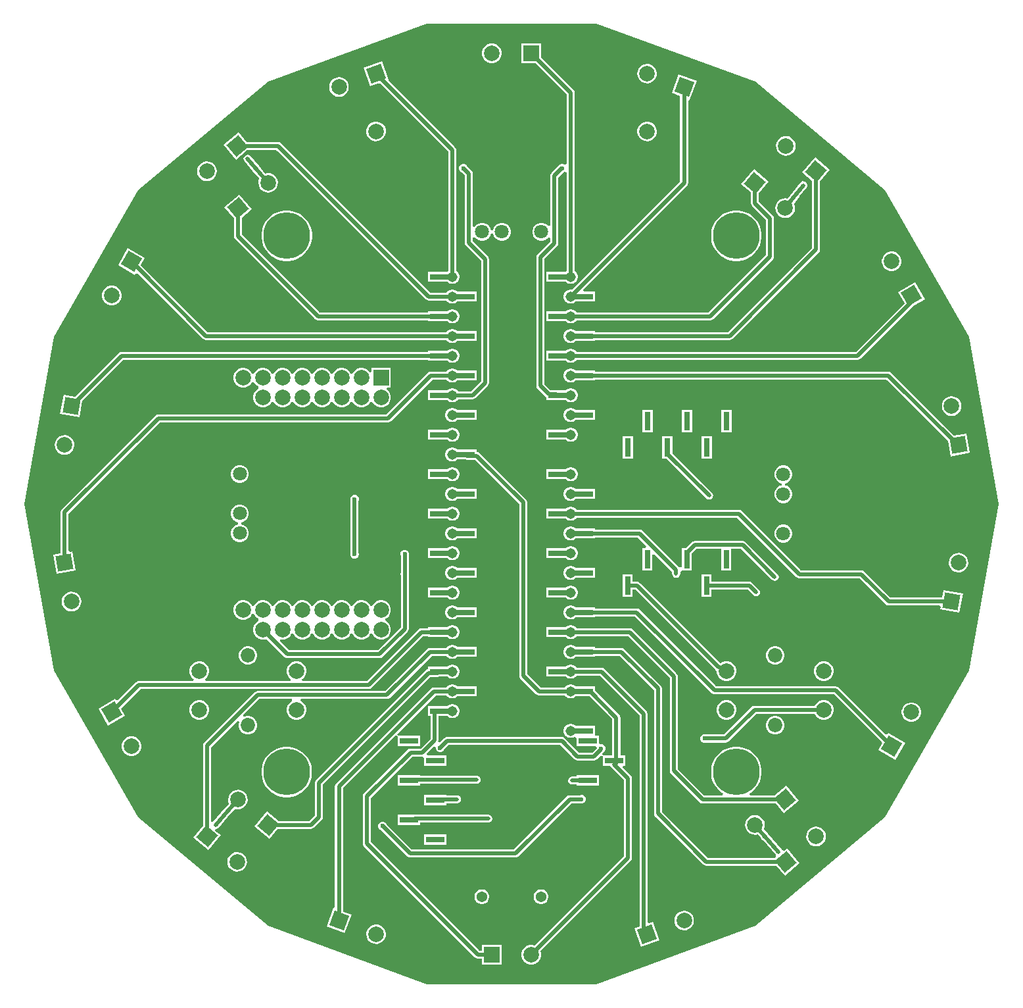
<source format=gbr>
G04*
G04 #@! TF.GenerationSoftware,Altium Limited,Altium Designer,25.4.2 (15)*
G04*
G04 Layer_Physical_Order=1*
G04 Layer_Color=255*
%FSLAX44Y44*%
%MOMM*%
G71*
G04*
G04 #@! TF.SameCoordinates,80CFFD5A-54A5-451F-B997-A2DA6E1B210F*
G04*
G04*
G04 #@! TF.FilePolarity,Positive*
G04*
G01*
G75*
%ADD14R,2.4000X0.8000*%
%ADD15R,0.8000X2.4000*%
%ADD34C,0.5000*%
%ADD35C,1.8000*%
%ADD36C,1.3080*%
%ADD37R,2.0000X2.0000*%
%ADD38C,2.0000*%
%ADD39P,2.8284X4X85.0*%
%ADD40P,2.8284X4X185.0*%
%ADD41C,1.8500*%
%ADD42P,2.8284X4X345.0*%
%ADD43R,2.0000X2.0000*%
%ADD44P,2.8284X4X205.0*%
%ADD45P,2.8284X4X145.0*%
%ADD46P,2.8284X4X125.0*%
%ADD47P,2.8284X4X105.0*%
%ADD48P,2.8284X4X65.0*%
%ADD49C,1.3700*%
%ADD50C,0.5000*%
%ADD51C,0.6000*%
%ADD52C,0.4500*%
%ADD53C,6.0000*%
G36*
X1413685Y1643319D02*
X1580594Y1503266D01*
X1689535Y1314573D01*
X1727370Y1100000D01*
X1689535Y885427D01*
X1580594Y696734D01*
X1413685Y556681D01*
X1208942Y482161D01*
X991058D01*
X786315Y556681D01*
X619406Y696734D01*
X510465Y885427D01*
X472630Y1100000D01*
X510465Y1314573D01*
X619406Y1503266D01*
X786315Y1643319D01*
X991058Y1717839D01*
X1208942D01*
X1413685Y1643319D01*
D02*
G37*
%LPC*%
G36*
X1076251Y1692540D02*
X1072949D01*
X1069760Y1691685D01*
X1066900Y1690034D01*
X1064566Y1687700D01*
X1062915Y1684840D01*
X1062060Y1681651D01*
Y1678349D01*
X1062915Y1675160D01*
X1064566Y1672300D01*
X1066900Y1669966D01*
X1069760Y1668315D01*
X1072949Y1667460D01*
X1076251D01*
X1079440Y1668315D01*
X1082300Y1669966D01*
X1084634Y1672300D01*
X1086285Y1675160D01*
X1087140Y1678349D01*
Y1681651D01*
X1086285Y1684840D01*
X1084634Y1687700D01*
X1082300Y1690034D01*
X1079440Y1691685D01*
X1076251Y1692540D01*
D02*
G37*
G36*
X1273952Y1666345D02*
X1270700Y1665772D01*
X1267708Y1664377D01*
X1265178Y1662254D01*
X1263284Y1659549D01*
X1262155Y1656447D01*
X1261867Y1653157D01*
X1262441Y1649906D01*
X1263836Y1646913D01*
X1265958Y1644384D01*
X1268663Y1642490D01*
X1271766Y1641361D01*
X1275055Y1641073D01*
X1278307Y1641646D01*
X1281299Y1643042D01*
X1283829Y1645164D01*
X1285723Y1647869D01*
X1286852Y1650972D01*
X1287140Y1654261D01*
X1286566Y1657512D01*
X1285171Y1660505D01*
X1283049Y1663034D01*
X1280344Y1664928D01*
X1277241Y1666057D01*
X1273952Y1666345D01*
D02*
G37*
G36*
X878312Y1648971D02*
X875023Y1648683D01*
X871920Y1647554D01*
X869215Y1645660D01*
X867093Y1643130D01*
X865697Y1640138D01*
X865124Y1636886D01*
X865412Y1633597D01*
X866541Y1630494D01*
X868435Y1627789D01*
X870964Y1625667D01*
X873957Y1624272D01*
X877208Y1623698D01*
X880498Y1623986D01*
X883600Y1625115D01*
X886305Y1627009D01*
X888428Y1629539D01*
X889823Y1632531D01*
X890396Y1635783D01*
X890108Y1639072D01*
X888979Y1642175D01*
X887085Y1644879D01*
X884556Y1647002D01*
X881563Y1648397D01*
X878312Y1648971D01*
D02*
G37*
G36*
X1314745Y1652407D02*
X1306167Y1628840D01*
X1317101Y1624860D01*
Y1514868D01*
X1177882Y1375650D01*
X1177395Y1375780D01*
X1175005D01*
X1172695Y1375161D01*
X1170625Y1373966D01*
X1168934Y1372275D01*
X1167739Y1370205D01*
X1167120Y1367895D01*
Y1365505D01*
X1167739Y1363195D01*
X1168934Y1361125D01*
X1170625Y1359434D01*
X1172695Y1358239D01*
X1175005Y1357620D01*
X1177395D01*
X1179705Y1358239D01*
X1181775Y1359434D01*
X1182501Y1360160D01*
X1207840D01*
Y1373240D01*
X1193326D01*
X1192354Y1375587D01*
X1325874Y1509106D01*
X1326987Y1510773D01*
X1327379Y1512740D01*
Y1618905D01*
X1329459Y1620362D01*
X1329735Y1620262D01*
X1338313Y1643829D01*
X1314745Y1652407D01*
D02*
G37*
G36*
X926734Y1591838D02*
X923434Y1591710D01*
X920281Y1590733D01*
X917487Y1588972D01*
X915245Y1586549D01*
X913706Y1583627D01*
X912975Y1580407D01*
X913103Y1577108D01*
X914081Y1573954D01*
X915841Y1571161D01*
X918264Y1568918D01*
X921186Y1567379D01*
X924406Y1566649D01*
X927705Y1566777D01*
X930859Y1567754D01*
X933652Y1569515D01*
X935895Y1571938D01*
X937434Y1574859D01*
X938164Y1578079D01*
X938036Y1581379D01*
X937059Y1584532D01*
X935298Y1587326D01*
X932875Y1589569D01*
X929954Y1591107D01*
X926734Y1591838D01*
D02*
G37*
G36*
X1273387Y1591848D02*
X1270160Y1591149D01*
X1267224Y1589638D01*
X1264779Y1587419D01*
X1262992Y1584642D01*
X1261985Y1581498D01*
X1261825Y1578200D01*
X1262525Y1574973D01*
X1264036Y1572037D01*
X1266255Y1569592D01*
X1269031Y1567805D01*
X1272176Y1566798D01*
X1275474Y1566638D01*
X1278701Y1567338D01*
X1281637Y1568849D01*
X1284081Y1571068D01*
X1285868Y1573844D01*
X1286876Y1576989D01*
X1287035Y1580287D01*
X1286336Y1583514D01*
X1284825Y1586449D01*
X1282606Y1588894D01*
X1279829Y1590681D01*
X1276685Y1591689D01*
X1273387Y1591848D01*
D02*
G37*
G36*
X1453911Y1573269D02*
X1450622Y1572981D01*
X1447519Y1571852D01*
X1444814Y1569958D01*
X1442692Y1567428D01*
X1441297Y1564436D01*
X1440723Y1561184D01*
X1441011Y1557895D01*
X1442140Y1554792D01*
X1444034Y1552088D01*
X1446564Y1549965D01*
X1449556Y1548570D01*
X1452808Y1547996D01*
X1456097Y1548284D01*
X1459200Y1549413D01*
X1461904Y1551307D01*
X1464027Y1553837D01*
X1465422Y1556829D01*
X1465995Y1560081D01*
X1465708Y1563370D01*
X1464578Y1566473D01*
X1462685Y1569178D01*
X1460155Y1571300D01*
X1457163Y1572695D01*
X1453911Y1573269D01*
D02*
G37*
G36*
X1137940Y1692540D02*
X1112860D01*
Y1667460D01*
X1130673D01*
X1171061Y1627072D01*
Y1537366D01*
X1168521Y1536313D01*
X1168138Y1536697D01*
X1166102Y1537540D01*
X1163898D01*
X1161862Y1536697D01*
X1160303Y1535138D01*
X1160094Y1534631D01*
X1151366Y1525904D01*
X1150252Y1524237D01*
X1149861Y1522271D01*
Y1458309D01*
X1148615Y1457624D01*
X1147321Y1457399D01*
X1145486Y1459234D01*
X1142854Y1460754D01*
X1139919Y1461540D01*
X1136881D01*
X1133946Y1460754D01*
X1131314Y1459234D01*
X1129166Y1457086D01*
X1127646Y1454454D01*
X1126860Y1451519D01*
Y1448481D01*
X1127646Y1445546D01*
X1129166Y1442914D01*
X1131314Y1440766D01*
X1133946Y1439247D01*
X1136881Y1438460D01*
X1139919D01*
X1142854Y1439247D01*
X1145486Y1440766D01*
X1147321Y1442601D01*
X1148615Y1442376D01*
X1149861Y1441692D01*
Y1437128D01*
X1133366Y1420634D01*
X1132252Y1418967D01*
X1131861Y1417000D01*
Y1252000D01*
X1132252Y1250033D01*
X1133366Y1248366D01*
X1144166Y1237566D01*
X1144760Y1237170D01*
Y1233160D01*
X1169899D01*
X1170625Y1232434D01*
X1172695Y1231239D01*
X1175005Y1230620D01*
X1177395D01*
X1179705Y1231239D01*
X1181775Y1232434D01*
X1183466Y1234125D01*
X1184661Y1236195D01*
X1185280Y1238505D01*
Y1240895D01*
X1184661Y1243205D01*
X1183466Y1245275D01*
X1181775Y1246966D01*
X1179705Y1248161D01*
X1177395Y1248780D01*
X1175005D01*
X1172695Y1248161D01*
X1170625Y1246966D01*
X1169899Y1246240D01*
X1158297D01*
X1157800Y1246339D01*
X1149929D01*
X1142139Y1254129D01*
Y1414872D01*
X1158634Y1431366D01*
X1159748Y1433033D01*
X1160139Y1435000D01*
Y1520142D01*
X1166707Y1526711D01*
X1168138Y1527303D01*
X1168521Y1527687D01*
X1171061Y1526634D01*
Y1399618D01*
X1170625Y1399366D01*
X1169899Y1398640D01*
X1144760D01*
Y1385560D01*
X1169899D01*
X1170625Y1384834D01*
X1172695Y1383639D01*
X1175005Y1383020D01*
X1177395D01*
X1179705Y1383639D01*
X1181775Y1384834D01*
X1183466Y1386525D01*
X1184661Y1388595D01*
X1185280Y1390905D01*
Y1393295D01*
X1184661Y1395605D01*
X1183466Y1397675D01*
X1181775Y1399366D01*
X1181339Y1399618D01*
Y1629200D01*
X1180948Y1631167D01*
X1179834Y1632834D01*
X1137940Y1674727D01*
Y1692540D01*
D02*
G37*
G36*
X707174Y1540615D02*
X703922Y1540042D01*
X700930Y1538646D01*
X698400Y1536524D01*
X696507Y1533819D01*
X695377Y1530717D01*
X695089Y1527427D01*
X695663Y1524176D01*
X697058Y1521183D01*
X699181Y1518654D01*
X701885Y1516760D01*
X704988Y1515631D01*
X708277Y1515343D01*
X711529Y1515916D01*
X714521Y1517312D01*
X717051Y1519434D01*
X718945Y1522139D01*
X720074Y1525241D01*
X720362Y1528531D01*
X719789Y1531782D01*
X718393Y1534775D01*
X716271Y1537304D01*
X713566Y1539198D01*
X710463Y1540327D01*
X707174Y1540615D01*
D02*
G37*
G36*
X760390Y1549124D02*
X758400Y1548883D01*
X756653Y1547899D01*
X755415Y1546321D01*
X754876Y1544390D01*
X755117Y1542400D01*
X756101Y1540653D01*
X766713Y1528291D01*
X775106Y1518514D01*
X774145Y1515875D01*
X773858Y1512586D01*
X774431Y1509334D01*
X775826Y1506342D01*
X777949Y1503812D01*
X780654Y1501918D01*
X783756Y1500789D01*
X787046Y1500501D01*
X790297Y1501075D01*
X793290Y1502470D01*
X795819Y1504592D01*
X797713Y1507297D01*
X798842Y1510400D01*
X799130Y1513689D01*
X798557Y1516941D01*
X797161Y1519933D01*
X795039Y1522463D01*
X792334Y1524357D01*
X789231Y1525486D01*
X785942Y1525774D01*
X782882Y1525234D01*
X774511Y1534985D01*
X763899Y1547347D01*
X762321Y1548584D01*
X760390Y1549124D01*
D02*
G37*
G36*
X1475429Y1515107D02*
X1473518Y1514500D01*
X1471985Y1513207D01*
X1462605Y1501465D01*
X1455572Y1492662D01*
X1452973Y1493120D01*
X1449684Y1492832D01*
X1446581Y1491703D01*
X1443876Y1489809D01*
X1441754Y1487280D01*
X1440358Y1484287D01*
X1439785Y1481036D01*
X1440073Y1477746D01*
X1441202Y1474644D01*
X1443096Y1471939D01*
X1445625Y1469816D01*
X1448618Y1468421D01*
X1451870Y1467848D01*
X1455159Y1468136D01*
X1458262Y1469265D01*
X1460966Y1471159D01*
X1463089Y1473688D01*
X1464484Y1476680D01*
X1465057Y1479932D01*
X1464770Y1483221D01*
X1463648Y1486304D01*
X1470206Y1494514D01*
X1470997Y1495305D01*
X1471168Y1495718D01*
X1480015Y1506793D01*
X1480937Y1508573D01*
X1481107Y1510571D01*
X1480500Y1512482D01*
X1479207Y1514015D01*
X1477427Y1514937D01*
X1475429Y1515107D01*
D02*
G37*
G36*
X1039102Y1537540D02*
X1036898D01*
X1034862Y1536697D01*
X1033303Y1535138D01*
X1032460Y1533102D01*
Y1530898D01*
X1033303Y1528862D01*
X1034862Y1527303D01*
X1035831Y1526902D01*
X1039861Y1522872D01*
Y1436000D01*
X1040252Y1434034D01*
X1041366Y1432366D01*
X1060861Y1412872D01*
Y1258129D01*
X1047571Y1244839D01*
X1031318D01*
X1031066Y1245275D01*
X1029375Y1246966D01*
X1027305Y1248161D01*
X1024995Y1248780D01*
X1022605D01*
X1020295Y1248161D01*
X1018225Y1246966D01*
X1017499Y1246240D01*
X992260D01*
Y1233160D01*
X1017499D01*
X1018225Y1232434D01*
X1020295Y1231239D01*
X1022605Y1230620D01*
X1024995D01*
X1027305Y1231239D01*
X1029375Y1232434D01*
X1031066Y1234125D01*
X1031318Y1234561D01*
X1049700D01*
X1051666Y1234952D01*
X1053334Y1236066D01*
X1069634Y1252366D01*
X1070748Y1254034D01*
X1071139Y1256000D01*
Y1415000D01*
X1070748Y1416967D01*
X1069634Y1418634D01*
X1050139Y1438129D01*
Y1442731D01*
X1052679Y1443411D01*
X1052966Y1442914D01*
X1055114Y1440766D01*
X1057746Y1439247D01*
X1060681Y1438460D01*
X1063719D01*
X1066654Y1439247D01*
X1069286Y1440766D01*
X1071434Y1442914D01*
X1072954Y1445546D01*
X1073648Y1448137D01*
X1076152D01*
X1076846Y1445546D01*
X1078366Y1442914D01*
X1080514Y1440766D01*
X1083146Y1439247D01*
X1086081Y1438460D01*
X1089119D01*
X1092054Y1439247D01*
X1094686Y1440766D01*
X1096834Y1442914D01*
X1098354Y1445546D01*
X1099140Y1448481D01*
Y1451519D01*
X1098354Y1454454D01*
X1096834Y1457086D01*
X1094686Y1459234D01*
X1092054Y1460754D01*
X1089119Y1461540D01*
X1086081D01*
X1083146Y1460754D01*
X1080514Y1459234D01*
X1078366Y1457086D01*
X1076846Y1454454D01*
X1076152Y1451863D01*
X1073648D01*
X1072954Y1454454D01*
X1071434Y1457086D01*
X1069286Y1459234D01*
X1066654Y1460754D01*
X1063719Y1461540D01*
X1060681D01*
X1057746Y1460754D01*
X1055114Y1459234D01*
X1052966Y1457086D01*
X1052679Y1456589D01*
X1050139Y1457269D01*
Y1525000D01*
X1049748Y1526967D01*
X1048634Y1528634D01*
X1043098Y1534169D01*
X1042697Y1535138D01*
X1041138Y1536697D01*
X1039102Y1537540D01*
D02*
G37*
G36*
X1392061Y1477540D02*
X1386939D01*
X1381880Y1476739D01*
X1377009Y1475156D01*
X1372445Y1472831D01*
X1368302Y1469820D01*
X1364680Y1466198D01*
X1361669Y1462055D01*
X1359344Y1457491D01*
X1357761Y1452620D01*
X1356960Y1447561D01*
Y1442439D01*
X1357761Y1437380D01*
X1359344Y1432509D01*
X1361669Y1427945D01*
X1364680Y1423802D01*
X1368302Y1420180D01*
X1372445Y1417169D01*
X1377009Y1414844D01*
X1381880Y1413261D01*
X1386939Y1412460D01*
X1392061D01*
X1397120Y1413261D01*
X1401991Y1414844D01*
X1406555Y1417169D01*
X1410698Y1420180D01*
X1414320Y1423802D01*
X1417331Y1427945D01*
X1419656Y1432509D01*
X1421239Y1437380D01*
X1422040Y1442439D01*
Y1447561D01*
X1421239Y1452620D01*
X1419656Y1457491D01*
X1417331Y1462055D01*
X1414320Y1466198D01*
X1410698Y1469820D01*
X1406555Y1472831D01*
X1401991Y1475156D01*
X1397120Y1476739D01*
X1392061Y1477540D01*
D02*
G37*
G36*
X813061D02*
X807939D01*
X802880Y1476739D01*
X798009Y1475156D01*
X793445Y1472831D01*
X789302Y1469820D01*
X785680Y1466198D01*
X782669Y1462055D01*
X780344Y1457491D01*
X778761Y1452620D01*
X777960Y1447561D01*
Y1442439D01*
X778761Y1437380D01*
X780344Y1432509D01*
X782669Y1427945D01*
X785680Y1423802D01*
X789302Y1420180D01*
X793445Y1417169D01*
X798009Y1414844D01*
X802880Y1413261D01*
X807939Y1412460D01*
X813061D01*
X818120Y1413261D01*
X822991Y1414844D01*
X827555Y1417169D01*
X831698Y1420180D01*
X835320Y1423802D01*
X838331Y1427945D01*
X840656Y1432509D01*
X842239Y1437380D01*
X843040Y1442439D01*
Y1447561D01*
X842239Y1452620D01*
X840656Y1457491D01*
X838331Y1462055D01*
X835320Y1466198D01*
X831698Y1469820D01*
X827555Y1472831D01*
X822991Y1475156D01*
X818120Y1476739D01*
X813061Y1477540D01*
D02*
G37*
G36*
X1591246Y1424537D02*
X1587944D01*
X1584754Y1423683D01*
X1581895Y1422032D01*
X1579560Y1419697D01*
X1577909Y1416837D01*
X1577055Y1413648D01*
Y1410346D01*
X1577909Y1407157D01*
X1579560Y1404297D01*
X1581895Y1401963D01*
X1584754Y1400312D01*
X1587944Y1399457D01*
X1591246D01*
X1594435Y1400312D01*
X1597294Y1401963D01*
X1599629Y1404297D01*
X1601280Y1407157D01*
X1602135Y1410346D01*
Y1413648D01*
X1601280Y1416837D01*
X1599629Y1419697D01*
X1597294Y1422032D01*
X1594435Y1423683D01*
X1591246Y1424537D01*
D02*
G37*
G36*
X932991Y1669782D02*
X909424Y1661204D01*
X918002Y1637636D01*
X929952Y1641986D01*
X1018661Y1553277D01*
Y1399618D01*
X1018225Y1399366D01*
X1017499Y1398640D01*
X992260D01*
Y1385560D01*
X1017499D01*
X1018225Y1384834D01*
X1020295Y1383639D01*
X1022605Y1383020D01*
X1024995D01*
X1027305Y1383639D01*
X1029375Y1384834D01*
X1031066Y1386525D01*
X1032261Y1388595D01*
X1032880Y1390905D01*
Y1393295D01*
X1032261Y1395605D01*
X1031066Y1397675D01*
X1029375Y1399366D01*
X1028939Y1399618D01*
Y1555406D01*
X1028548Y1557372D01*
X1027434Y1559039D01*
X941331Y1645141D01*
X941569Y1646214D01*
X941569Y1646214D01*
X932991Y1669782D01*
D02*
G37*
G36*
X748186Y1578299D02*
X728974Y1562178D01*
X745095Y1542966D01*
X760025Y1555494D01*
X797239D01*
X989666Y1363066D01*
X991333Y1361952D01*
X993300Y1361561D01*
X1016282D01*
X1016534Y1361125D01*
X1018225Y1359434D01*
X1020295Y1358239D01*
X1022605Y1357620D01*
X1024995D01*
X1027305Y1358239D01*
X1029375Y1359434D01*
X1030101Y1360160D01*
X1055340D01*
Y1373240D01*
X1030101D01*
X1029375Y1373966D01*
X1027305Y1375161D01*
X1024995Y1375780D01*
X1022605D01*
X1020295Y1375161D01*
X1018225Y1373966D01*
X1016534Y1372275D01*
X1016282Y1371839D01*
X995428D01*
X803001Y1564266D01*
X801334Y1565380D01*
X799367Y1565771D01*
X758699D01*
X748186Y1578299D01*
D02*
G37*
G36*
X586656Y1380543D02*
X583354D01*
X580165Y1379688D01*
X577305Y1378038D01*
X574971Y1375703D01*
X573320Y1372843D01*
X572465Y1369654D01*
Y1366352D01*
X573320Y1363163D01*
X574971Y1360303D01*
X577305Y1357968D01*
X580165Y1356317D01*
X583354Y1355463D01*
X586656D01*
X589846Y1356317D01*
X592705Y1357968D01*
X595040Y1360303D01*
X596691Y1363163D01*
X597545Y1366352D01*
Y1369654D01*
X596691Y1372843D01*
X595040Y1375703D01*
X592705Y1378038D01*
X589846Y1379688D01*
X586656Y1380543D01*
D02*
G37*
G36*
X1411960Y1530804D02*
X1395839Y1511592D01*
X1408367Y1501080D01*
Y1486687D01*
X1408759Y1484720D01*
X1409872Y1483053D01*
X1427861Y1465065D01*
Y1420544D01*
X1353756Y1346439D01*
X1183718D01*
X1183466Y1346875D01*
X1181775Y1348566D01*
X1179705Y1349761D01*
X1177395Y1350380D01*
X1175005D01*
X1172695Y1349761D01*
X1170625Y1348566D01*
X1169899Y1347840D01*
X1144760D01*
Y1334760D01*
X1169899D01*
X1170625Y1334034D01*
X1172695Y1332839D01*
X1175005Y1332220D01*
X1177395D01*
X1179705Y1332839D01*
X1181775Y1334034D01*
X1183466Y1335725D01*
X1183718Y1336161D01*
X1355885D01*
X1357851Y1336552D01*
X1359518Y1337666D01*
X1436634Y1414782D01*
X1437748Y1416449D01*
X1438139Y1418415D01*
Y1467193D01*
X1437748Y1469160D01*
X1436634Y1470827D01*
X1418645Y1488815D01*
Y1499753D01*
X1431173Y1514683D01*
X1411960Y1530804D01*
D02*
G37*
G36*
X749124Y1498151D02*
X729912Y1482030D01*
X742440Y1467099D01*
Y1444421D01*
X742831Y1442455D01*
X743945Y1440788D01*
X847066Y1337666D01*
X848734Y1336552D01*
X850700Y1336161D01*
X992260D01*
Y1334760D01*
X1017499D01*
X1018225Y1334034D01*
X1020295Y1332839D01*
X1022605Y1332220D01*
X1024995D01*
X1027305Y1332839D01*
X1029375Y1334034D01*
X1031066Y1335725D01*
X1032261Y1337795D01*
X1032880Y1340105D01*
Y1342495D01*
X1032261Y1344805D01*
X1031066Y1346875D01*
X1029375Y1348566D01*
X1027305Y1349761D01*
X1024995Y1350380D01*
X1022605D01*
X1020295Y1349761D01*
X1018225Y1348566D01*
X1017499Y1347840D01*
X992260D01*
Y1346439D01*
X852829D01*
X752718Y1446550D01*
Y1468426D01*
X765246Y1478938D01*
X749124Y1498151D01*
D02*
G37*
G36*
X1490729Y1545646D02*
X1474608Y1526433D01*
X1487136Y1515921D01*
Y1429403D01*
X1378772Y1321039D01*
X1207840D01*
Y1322440D01*
X1182501D01*
X1181775Y1323166D01*
X1179705Y1324361D01*
X1177395Y1324980D01*
X1175005D01*
X1172695Y1324361D01*
X1170625Y1323166D01*
X1168934Y1321475D01*
X1167739Y1319405D01*
X1167120Y1317095D01*
Y1314705D01*
X1167739Y1312395D01*
X1168934Y1310325D01*
X1170625Y1308634D01*
X1172695Y1307439D01*
X1175005Y1306820D01*
X1177395D01*
X1179705Y1307439D01*
X1181775Y1308634D01*
X1182501Y1309360D01*
X1207840D01*
Y1310761D01*
X1380900D01*
X1382867Y1311152D01*
X1384534Y1312266D01*
X1495908Y1423641D01*
X1497022Y1425308D01*
X1497413Y1427274D01*
Y1514594D01*
X1509941Y1529525D01*
X1490729Y1545646D01*
D02*
G37*
G36*
X605815Y1429127D02*
X593275Y1407407D01*
X614995Y1394867D01*
X615882Y1396403D01*
X618400Y1396735D01*
X702869Y1312266D01*
X704536Y1311152D01*
X706502Y1310761D01*
X1016282D01*
X1016534Y1310325D01*
X1018225Y1308634D01*
X1020295Y1307439D01*
X1022605Y1306820D01*
X1024995D01*
X1027305Y1307439D01*
X1029375Y1308634D01*
X1030101Y1309360D01*
X1055340D01*
Y1322440D01*
X1030101D01*
X1029375Y1323166D01*
X1027305Y1324361D01*
X1024995Y1324980D01*
X1022605D01*
X1020295Y1324361D01*
X1018225Y1323166D01*
X1016534Y1321475D01*
X1016282Y1321039D01*
X708631D01*
X622245Y1407424D01*
X627535Y1416587D01*
X605815Y1429127D01*
D02*
G37*
G36*
X1619585Y1385133D02*
X1597865Y1372593D01*
X1606086Y1358353D01*
X1543371Y1295639D01*
X1183718D01*
X1183466Y1296075D01*
X1181775Y1297766D01*
X1179705Y1298961D01*
X1177395Y1299580D01*
X1175005D01*
X1172695Y1298961D01*
X1170625Y1297766D01*
X1169899Y1297040D01*
X1144760D01*
Y1283960D01*
X1169899D01*
X1170625Y1283234D01*
X1172695Y1282039D01*
X1175005Y1281420D01*
X1177395D01*
X1179705Y1282039D01*
X1181775Y1283234D01*
X1183466Y1284925D01*
X1183718Y1285361D01*
X1545500D01*
X1547466Y1285752D01*
X1549134Y1286866D01*
X1616877Y1354610D01*
X1632125Y1363413D01*
X1619585Y1385133D01*
D02*
G37*
G36*
X1024995Y1299580D02*
X1022605D01*
X1020295Y1298961D01*
X1018225Y1297766D01*
X1017499Y1297040D01*
X992260D01*
Y1295639D01*
X597992D01*
X596026Y1295248D01*
X594358Y1294134D01*
X537869Y1237644D01*
X523050Y1240257D01*
X518695Y1215558D01*
X543394Y1211203D01*
X547126Y1232366D01*
X600121Y1285361D01*
X992260D01*
Y1283960D01*
X1017499D01*
X1018225Y1283234D01*
X1020295Y1282039D01*
X1022605Y1281420D01*
X1024995D01*
X1027305Y1282039D01*
X1029375Y1283234D01*
X1031066Y1284925D01*
X1032261Y1286995D01*
X1032880Y1289305D01*
Y1291695D01*
X1032261Y1294005D01*
X1031066Y1296075D01*
X1029375Y1297766D01*
X1027305Y1298961D01*
X1024995Y1299580D01*
D02*
G37*
G36*
X944590Y1274790D02*
X919510D01*
Y1270136D01*
X916970Y1269455D01*
X916684Y1269950D01*
X914350Y1272284D01*
X911490Y1273935D01*
X908301Y1274790D01*
X904999D01*
X901810Y1273935D01*
X898950Y1272284D01*
X896616Y1269950D01*
X895363Y1267781D01*
X894610Y1267567D01*
X893290D01*
X892537Y1267781D01*
X891284Y1269950D01*
X888950Y1272284D01*
X886090Y1273935D01*
X882901Y1274790D01*
X879599D01*
X876410Y1273935D01*
X873550Y1272284D01*
X871216Y1269950D01*
X869963Y1267781D01*
X869210Y1267567D01*
X867890D01*
X867137Y1267781D01*
X865884Y1269950D01*
X863550Y1272284D01*
X860690Y1273935D01*
X857501Y1274790D01*
X854199D01*
X851010Y1273935D01*
X848150Y1272284D01*
X845816Y1269950D01*
X844563Y1267781D01*
X843810Y1267567D01*
X842490D01*
X841737Y1267781D01*
X840484Y1269950D01*
X838150Y1272284D01*
X835290Y1273935D01*
X832101Y1274790D01*
X828799D01*
X825610Y1273935D01*
X822750Y1272284D01*
X820415Y1269950D01*
X819163Y1267781D01*
X818410Y1267567D01*
X817090D01*
X816337Y1267781D01*
X815085Y1269950D01*
X812750Y1272284D01*
X809890Y1273935D01*
X806701Y1274790D01*
X803399D01*
X800210Y1273935D01*
X797350Y1272284D01*
X795015Y1269950D01*
X793763Y1267781D01*
X793010Y1267567D01*
X791690D01*
X790937Y1267781D01*
X789685Y1269950D01*
X787350Y1272284D01*
X784490Y1273935D01*
X781301Y1274790D01*
X777999D01*
X774810Y1273935D01*
X771950Y1272284D01*
X769615Y1269950D01*
X768363Y1267781D01*
X767610Y1267567D01*
X766290D01*
X765537Y1267781D01*
X764285Y1269950D01*
X761950Y1272284D01*
X759090Y1273935D01*
X755901Y1274790D01*
X752599D01*
X749410Y1273935D01*
X746550Y1272284D01*
X744215Y1269950D01*
X742565Y1267090D01*
X741710Y1263901D01*
Y1260599D01*
X742565Y1257410D01*
X744215Y1254550D01*
X746550Y1252215D01*
X749410Y1250565D01*
X752599Y1249710D01*
X755901D01*
X759090Y1250565D01*
X761950Y1252215D01*
X764285Y1254550D01*
X765537Y1256719D01*
X766290Y1256933D01*
X767610D01*
X768363Y1256719D01*
X769615Y1254550D01*
X771950Y1252215D01*
X774119Y1250963D01*
X774333Y1250210D01*
Y1248890D01*
X774119Y1248137D01*
X771950Y1246885D01*
X769615Y1244550D01*
X767965Y1241690D01*
X767110Y1238501D01*
Y1235199D01*
X767965Y1232010D01*
X769615Y1229150D01*
X771950Y1226815D01*
X774810Y1225165D01*
X777999Y1224310D01*
X781301D01*
X784490Y1225165D01*
X787350Y1226815D01*
X789685Y1229150D01*
X790937Y1231319D01*
X791690Y1231533D01*
X793010D01*
X793763Y1231319D01*
X795015Y1229150D01*
X797350Y1226815D01*
X800210Y1225165D01*
X803399Y1224310D01*
X806701D01*
X809890Y1225165D01*
X812750Y1226815D01*
X815085Y1229150D01*
X816337Y1231319D01*
X817090Y1231533D01*
X818410D01*
X819163Y1231319D01*
X820415Y1229150D01*
X822750Y1226815D01*
X825610Y1225165D01*
X828799Y1224310D01*
X832101D01*
X835290Y1225165D01*
X838150Y1226815D01*
X840484Y1229150D01*
X841737Y1231319D01*
X842490Y1231533D01*
X843810D01*
X844563Y1231319D01*
X845816Y1229150D01*
X848150Y1226815D01*
X851010Y1225165D01*
X854199Y1224310D01*
X857501D01*
X860690Y1225165D01*
X863550Y1226815D01*
X865884Y1229150D01*
X867137Y1231319D01*
X867890Y1231533D01*
X869210D01*
X869963Y1231319D01*
X871216Y1229150D01*
X873550Y1226815D01*
X876410Y1225165D01*
X879599Y1224310D01*
X882901D01*
X886090Y1225165D01*
X888950Y1226815D01*
X891284Y1229150D01*
X892537Y1231319D01*
X893290Y1231533D01*
X894610D01*
X895363Y1231319D01*
X896616Y1229150D01*
X898950Y1226815D01*
X901810Y1225165D01*
X904999Y1224310D01*
X908301D01*
X911490Y1225165D01*
X914350Y1226815D01*
X916684Y1229150D01*
X917937Y1231319D01*
X918690Y1231533D01*
X920010D01*
X920763Y1231319D01*
X922016Y1229150D01*
X924350Y1226815D01*
X927210Y1225165D01*
X930399Y1224310D01*
X933701D01*
X936890Y1225165D01*
X939750Y1226815D01*
X942085Y1229150D01*
X943735Y1232010D01*
X944590Y1235199D01*
Y1238501D01*
X943735Y1241690D01*
X942085Y1244550D01*
X939750Y1246885D01*
X939255Y1247170D01*
X939936Y1249710D01*
X944590D01*
Y1274790D01*
D02*
G37*
G36*
X1024995Y1274180D02*
X1022605D01*
X1020295Y1273561D01*
X1018225Y1272366D01*
X1016534Y1270675D01*
X1016282Y1270239D01*
X996100D01*
X994134Y1269848D01*
X992466Y1268734D01*
X938872Y1215139D01*
X645000D01*
X643034Y1214748D01*
X641366Y1213634D01*
X520767Y1093034D01*
X519653Y1091367D01*
X519262Y1089401D01*
Y1036125D01*
X509874Y1034470D01*
X514229Y1009771D01*
X538928Y1014126D01*
X534573Y1038825D01*
X531485Y1038281D01*
X529540Y1039913D01*
Y1087272D01*
X647129Y1204861D01*
X941000D01*
X942967Y1205252D01*
X944634Y1206366D01*
X998229Y1259961D01*
X1016282D01*
X1016534Y1259525D01*
X1018225Y1257834D01*
X1020295Y1256639D01*
X1022605Y1256020D01*
X1024995D01*
X1027305Y1256639D01*
X1029375Y1257834D01*
X1030101Y1258560D01*
X1055340D01*
Y1271640D01*
X1030101D01*
X1029375Y1272366D01*
X1027305Y1273561D01*
X1024995Y1274180D01*
D02*
G37*
G36*
X1666226Y1238366D02*
X1662975Y1237793D01*
X1659982Y1236397D01*
X1657453Y1234275D01*
X1655559Y1231570D01*
X1654429Y1228468D01*
X1654142Y1225178D01*
X1654715Y1221927D01*
X1656111Y1218934D01*
X1658233Y1216405D01*
X1660938Y1214511D01*
X1664040Y1213382D01*
X1667330Y1213094D01*
X1670581Y1213667D01*
X1673574Y1215063D01*
X1676103Y1217185D01*
X1677997Y1219890D01*
X1679126Y1222992D01*
X1679414Y1226282D01*
X1678841Y1229533D01*
X1677445Y1232526D01*
X1675323Y1235055D01*
X1672618Y1236949D01*
X1669515Y1238079D01*
X1666226Y1238366D01*
D02*
G37*
G36*
X1177395Y1223380D02*
X1175005D01*
X1172695Y1222761D01*
X1170625Y1221566D01*
X1168934Y1219875D01*
X1167739Y1217805D01*
X1167120Y1215495D01*
Y1213105D01*
X1167739Y1210795D01*
X1168934Y1208725D01*
X1170625Y1207034D01*
X1172695Y1205839D01*
X1175005Y1205220D01*
X1177395D01*
X1179705Y1205839D01*
X1181775Y1207034D01*
X1182501Y1207760D01*
X1207840D01*
Y1220840D01*
X1182501D01*
X1181775Y1221566D01*
X1179705Y1222761D01*
X1177395Y1223380D01*
D02*
G37*
G36*
X1024995D02*
X1022605D01*
X1020295Y1222761D01*
X1018225Y1221566D01*
X1016534Y1219875D01*
X1015339Y1217805D01*
X1014720Y1215495D01*
Y1213105D01*
X1015339Y1210795D01*
X1016534Y1208725D01*
X1018225Y1207034D01*
X1020295Y1205839D01*
X1022605Y1205220D01*
X1024995D01*
X1027305Y1205839D01*
X1029375Y1207034D01*
X1030101Y1207760D01*
X1055340D01*
Y1220840D01*
X1030101D01*
X1029375Y1221566D01*
X1027305Y1222761D01*
X1024995Y1223380D01*
D02*
G37*
G36*
X1383190Y1221040D02*
X1370110D01*
Y1191960D01*
X1383190D01*
Y1221040D01*
D02*
G37*
G36*
X1332390D02*
X1319310D01*
Y1191960D01*
X1332390D01*
Y1221040D01*
D02*
G37*
G36*
X1281590D02*
X1268510D01*
Y1191960D01*
X1281590D01*
Y1221040D01*
D02*
G37*
G36*
X1177395Y1197980D02*
X1175005D01*
X1172695Y1197361D01*
X1170625Y1196166D01*
X1169899Y1195440D01*
X1144760D01*
Y1182360D01*
X1169899D01*
X1170625Y1181634D01*
X1172695Y1180439D01*
X1175005Y1179820D01*
X1177395D01*
X1179705Y1180439D01*
X1181775Y1181634D01*
X1183466Y1183325D01*
X1184661Y1185395D01*
X1185280Y1187705D01*
Y1190095D01*
X1184661Y1192405D01*
X1183466Y1194475D01*
X1181775Y1196166D01*
X1179705Y1197361D01*
X1177395Y1197980D01*
D02*
G37*
G36*
X1024995D02*
X1022605D01*
X1020295Y1197361D01*
X1018225Y1196166D01*
X1017499Y1195440D01*
X992260D01*
Y1182360D01*
X1017499D01*
X1018225Y1181634D01*
X1020295Y1180439D01*
X1022605Y1179820D01*
X1024995D01*
X1027305Y1180439D01*
X1029375Y1181634D01*
X1031066Y1183325D01*
X1032261Y1185395D01*
X1032880Y1187705D01*
Y1190095D01*
X1032261Y1192405D01*
X1031066Y1194475D01*
X1029375Y1196166D01*
X1027305Y1197361D01*
X1024995Y1197980D01*
D02*
G37*
G36*
X524953Y1188338D02*
X521663Y1188050D01*
X518561Y1186921D01*
X515856Y1185027D01*
X513733Y1182498D01*
X512338Y1179505D01*
X511765Y1176254D01*
X512052Y1172964D01*
X513182Y1169862D01*
X515076Y1167157D01*
X517605Y1165034D01*
X520597Y1163639D01*
X523849Y1163066D01*
X527138Y1163354D01*
X530241Y1164483D01*
X532946Y1166377D01*
X535068Y1168906D01*
X536464Y1171898D01*
X537037Y1175150D01*
X536749Y1178439D01*
X535620Y1181542D01*
X533726Y1184247D01*
X531197Y1186369D01*
X528204Y1187765D01*
X524953Y1188338D01*
D02*
G37*
G36*
X1177395Y1274180D02*
X1175005D01*
X1172695Y1273561D01*
X1170625Y1272366D01*
X1168934Y1270675D01*
X1167739Y1268605D01*
X1167120Y1266295D01*
Y1263905D01*
X1167739Y1261595D01*
X1168934Y1259525D01*
X1170625Y1257834D01*
X1172695Y1256639D01*
X1175005Y1256020D01*
X1177395D01*
X1179705Y1256639D01*
X1181775Y1257834D01*
X1182501Y1258560D01*
X1207840D01*
Y1259961D01*
X1582943D01*
X1661937Y1180967D01*
X1665427Y1161175D01*
X1690126Y1165530D01*
X1685771Y1190229D01*
X1669992Y1187447D01*
X1588705Y1268734D01*
X1587038Y1269848D01*
X1585072Y1270239D01*
X1207840D01*
Y1271640D01*
X1182501D01*
X1181775Y1272366D01*
X1179705Y1273561D01*
X1177395Y1274180D01*
D02*
G37*
G36*
X1357790Y1187040D02*
X1344710D01*
Y1157960D01*
X1357790D01*
Y1187040D01*
D02*
G37*
G36*
X1256190D02*
X1243110D01*
Y1157960D01*
X1256190D01*
Y1187040D01*
D02*
G37*
G36*
X1177395Y1147180D02*
X1175005D01*
X1172695Y1146561D01*
X1170625Y1145366D01*
X1169899Y1144640D01*
X1144760D01*
Y1131560D01*
X1169899D01*
X1170625Y1130834D01*
X1172695Y1129639D01*
X1175005Y1129020D01*
X1177395D01*
X1179705Y1129639D01*
X1181775Y1130834D01*
X1183466Y1132525D01*
X1184661Y1134595D01*
X1185280Y1136905D01*
Y1139295D01*
X1184661Y1141605D01*
X1183466Y1143675D01*
X1181775Y1145366D01*
X1179705Y1146561D01*
X1177395Y1147180D01*
D02*
G37*
G36*
X1024995D02*
X1022605D01*
X1020295Y1146561D01*
X1018225Y1145366D01*
X1017499Y1144640D01*
X992260D01*
Y1131560D01*
X1017499D01*
X1018225Y1130834D01*
X1020295Y1129639D01*
X1022605Y1129020D01*
X1024995D01*
X1027305Y1129639D01*
X1029375Y1130834D01*
X1031066Y1132525D01*
X1032261Y1134595D01*
X1032880Y1136905D01*
Y1139295D01*
X1032261Y1141605D01*
X1031066Y1143675D01*
X1029375Y1145366D01*
X1027305Y1146561D01*
X1024995Y1147180D01*
D02*
G37*
G36*
X751519Y1149940D02*
X748481D01*
X745546Y1149154D01*
X742914Y1147634D01*
X740766Y1145486D01*
X739247Y1142854D01*
X738460Y1139919D01*
Y1136881D01*
X739247Y1133946D01*
X740766Y1131314D01*
X742914Y1129166D01*
X745546Y1127646D01*
X748481Y1126860D01*
X751519D01*
X754454Y1127646D01*
X757086Y1129166D01*
X759234Y1131314D01*
X760753Y1133946D01*
X761540Y1136881D01*
Y1139919D01*
X760753Y1142854D01*
X759234Y1145486D01*
X757086Y1147634D01*
X754454Y1149154D01*
X751519Y1149940D01*
D02*
G37*
G36*
X1306990Y1187040D02*
X1293910D01*
Y1157960D01*
X1299723D01*
X1350841Y1106841D01*
X1352509Y1105727D01*
X1354475Y1105336D01*
X1356441Y1105727D01*
X1358109Y1106841D01*
X1359223Y1108509D01*
X1359614Y1110475D01*
X1359223Y1112441D01*
X1358109Y1114109D01*
X1306990Y1165227D01*
Y1187040D01*
D02*
G37*
G36*
X1177395Y1121780D02*
X1175005D01*
X1172695Y1121161D01*
X1170625Y1119966D01*
X1168934Y1118275D01*
X1167739Y1116205D01*
X1167120Y1113895D01*
Y1111505D01*
X1167739Y1109195D01*
X1168934Y1107125D01*
X1170625Y1105434D01*
X1172695Y1104239D01*
X1175005Y1103620D01*
X1177395D01*
X1179705Y1104239D01*
X1181775Y1105434D01*
X1182501Y1106160D01*
X1207840D01*
Y1119240D01*
X1182501D01*
X1181775Y1119966D01*
X1179705Y1121161D01*
X1177395Y1121780D01*
D02*
G37*
G36*
X1024995D02*
X1022605D01*
X1020295Y1121161D01*
X1018225Y1119966D01*
X1016534Y1118275D01*
X1015339Y1116205D01*
X1014720Y1113895D01*
Y1111505D01*
X1015339Y1109195D01*
X1016534Y1107125D01*
X1018225Y1105434D01*
X1020295Y1104239D01*
X1022605Y1103620D01*
X1024995D01*
X1027305Y1104239D01*
X1029375Y1105434D01*
X1030101Y1106160D01*
X1055340D01*
Y1119240D01*
X1030101D01*
X1029375Y1119966D01*
X1027305Y1121161D01*
X1024995Y1121780D01*
D02*
G37*
G36*
X1451519Y1149340D02*
X1448481D01*
X1445546Y1148554D01*
X1442914Y1147034D01*
X1440766Y1144886D01*
X1439247Y1142254D01*
X1438460Y1139319D01*
Y1136281D01*
X1439247Y1133346D01*
X1440766Y1130714D01*
X1442914Y1128566D01*
X1445546Y1127047D01*
X1448137Y1126352D01*
Y1123848D01*
X1445546Y1123154D01*
X1442914Y1121634D01*
X1440766Y1119486D01*
X1439247Y1116854D01*
X1438460Y1113919D01*
Y1110881D01*
X1439247Y1107946D01*
X1440766Y1105314D01*
X1442914Y1103166D01*
X1445546Y1101646D01*
X1448481Y1100860D01*
X1451519D01*
X1454454Y1101646D01*
X1457086Y1103166D01*
X1459234Y1105314D01*
X1460754Y1107946D01*
X1461540Y1110881D01*
Y1113919D01*
X1460754Y1116854D01*
X1459234Y1119486D01*
X1457086Y1121634D01*
X1454454Y1123154D01*
X1451863Y1123848D01*
Y1126352D01*
X1454454Y1127047D01*
X1457086Y1128566D01*
X1459234Y1130714D01*
X1460754Y1133346D01*
X1461540Y1136281D01*
Y1139319D01*
X1460754Y1142254D01*
X1459234Y1144886D01*
X1457086Y1147034D01*
X1454454Y1148554D01*
X1451519Y1149340D01*
D02*
G37*
G36*
X1024995Y1096380D02*
X1022605D01*
X1020295Y1095761D01*
X1018225Y1094566D01*
X1017499Y1093840D01*
X992260D01*
Y1080760D01*
X1017499D01*
X1018225Y1080034D01*
X1020295Y1078839D01*
X1022605Y1078220D01*
X1024995D01*
X1027305Y1078839D01*
X1029375Y1080034D01*
X1031066Y1081725D01*
X1032261Y1083795D01*
X1032880Y1086105D01*
Y1088495D01*
X1032261Y1090805D01*
X1031066Y1092875D01*
X1029375Y1094566D01*
X1027305Y1095761D01*
X1024995Y1096380D01*
D02*
G37*
G36*
Y1070980D02*
X1022605D01*
X1020295Y1070361D01*
X1018225Y1069166D01*
X1016534Y1067475D01*
X1015339Y1065405D01*
X1014720Y1063095D01*
Y1060705D01*
X1015339Y1058395D01*
X1016534Y1056325D01*
X1018225Y1054634D01*
X1020295Y1053439D01*
X1022605Y1052820D01*
X1024995D01*
X1027305Y1053439D01*
X1029375Y1054634D01*
X1030101Y1055360D01*
X1055340D01*
Y1068440D01*
X1030101D01*
X1029375Y1069166D01*
X1027305Y1070361D01*
X1024995Y1070980D01*
D02*
G37*
G36*
X751519Y1099140D02*
X748481D01*
X745546Y1098354D01*
X742914Y1096834D01*
X740766Y1094686D01*
X739247Y1092054D01*
X738460Y1089119D01*
Y1086081D01*
X739247Y1083146D01*
X740766Y1080514D01*
X742914Y1078366D01*
X745546Y1076846D01*
X748137Y1076152D01*
Y1073648D01*
X745546Y1072954D01*
X742914Y1071434D01*
X740766Y1069286D01*
X739247Y1066654D01*
X738460Y1063719D01*
Y1060681D01*
X739247Y1057746D01*
X740766Y1055114D01*
X742914Y1052966D01*
X745546Y1051447D01*
X748481Y1050660D01*
X751519D01*
X754454Y1051447D01*
X757086Y1052966D01*
X759234Y1055114D01*
X760753Y1057746D01*
X761540Y1060681D01*
Y1063719D01*
X760753Y1066654D01*
X759234Y1069286D01*
X757086Y1071434D01*
X754454Y1072954D01*
X751863Y1073648D01*
Y1076152D01*
X754454Y1076846D01*
X757086Y1078366D01*
X759234Y1080514D01*
X760753Y1083146D01*
X761540Y1086081D01*
Y1089119D01*
X760753Y1092054D01*
X759234Y1094686D01*
X757086Y1096834D01*
X754454Y1098354D01*
X751519Y1099140D01*
D02*
G37*
G36*
X1451519Y1073140D02*
X1448481D01*
X1445546Y1072354D01*
X1442914Y1070834D01*
X1440766Y1068686D01*
X1439247Y1066054D01*
X1438460Y1063119D01*
Y1060081D01*
X1439247Y1057146D01*
X1440766Y1054514D01*
X1442914Y1052366D01*
X1445546Y1050846D01*
X1448481Y1050060D01*
X1451519D01*
X1454454Y1050846D01*
X1457086Y1052366D01*
X1459234Y1054514D01*
X1460754Y1057146D01*
X1461540Y1060081D01*
Y1063119D01*
X1460754Y1066054D01*
X1459234Y1068686D01*
X1457086Y1070834D01*
X1454454Y1072354D01*
X1451519Y1073140D01*
D02*
G37*
G36*
X899102Y1111540D02*
X896898D01*
X894862Y1110697D01*
X893303Y1109138D01*
X892460Y1107102D01*
Y1104898D01*
X892736Y1104231D01*
Y1037773D01*
X892210Y1036502D01*
Y1034298D01*
X893053Y1032262D01*
X894612Y1030703D01*
X896648Y1029860D01*
X898852D01*
X900888Y1030703D01*
X902447Y1032262D01*
X903290Y1034298D01*
Y1036502D01*
X903014Y1037169D01*
Y1103627D01*
X903540Y1104898D01*
Y1107102D01*
X902697Y1109138D01*
X901138Y1110697D01*
X899102Y1111540D01*
D02*
G37*
G36*
X1177395Y1045580D02*
X1175005D01*
X1172695Y1044961D01*
X1170625Y1043766D01*
X1169899Y1043040D01*
X1144760D01*
Y1029960D01*
X1169899D01*
X1170625Y1029234D01*
X1172695Y1028039D01*
X1175005Y1027420D01*
X1177395D01*
X1179705Y1028039D01*
X1181775Y1029234D01*
X1183466Y1030925D01*
X1184661Y1032995D01*
X1185280Y1035305D01*
Y1037695D01*
X1184661Y1040005D01*
X1183466Y1042075D01*
X1181775Y1043766D01*
X1179705Y1044961D01*
X1177395Y1045580D01*
D02*
G37*
G36*
X1024995D02*
X1022605D01*
X1020295Y1044961D01*
X1018225Y1043766D01*
X1017499Y1043040D01*
X992260D01*
Y1029960D01*
X1017499D01*
X1018225Y1029234D01*
X1020295Y1028039D01*
X1022605Y1027420D01*
X1024995D01*
X1027305Y1028039D01*
X1029375Y1029234D01*
X1031066Y1030925D01*
X1032261Y1032995D01*
X1032880Y1035305D01*
Y1037695D01*
X1032261Y1040005D01*
X1031066Y1042075D01*
X1029375Y1043766D01*
X1027305Y1044961D01*
X1024995Y1045580D01*
D02*
G37*
G36*
X1676151Y1036934D02*
X1672862Y1036647D01*
X1669759Y1035517D01*
X1667054Y1033623D01*
X1664932Y1031094D01*
X1663536Y1028102D01*
X1662963Y1024850D01*
X1663251Y1021561D01*
X1664380Y1018458D01*
X1666274Y1015753D01*
X1668803Y1013631D01*
X1671796Y1012235D01*
X1675047Y1011662D01*
X1678337Y1011950D01*
X1681440Y1013079D01*
X1684144Y1014973D01*
X1686267Y1017502D01*
X1687662Y1020495D01*
X1688235Y1023746D01*
X1687948Y1027036D01*
X1686818Y1030138D01*
X1684924Y1032843D01*
X1682395Y1034966D01*
X1679403Y1036361D01*
X1676151Y1036934D01*
D02*
G37*
G36*
X1177395Y1020180D02*
X1175005D01*
X1172695Y1019561D01*
X1170625Y1018366D01*
X1168934Y1016675D01*
X1167739Y1014605D01*
X1167120Y1012295D01*
Y1009905D01*
X1167739Y1007595D01*
X1168934Y1005525D01*
X1170625Y1003834D01*
X1172695Y1002639D01*
X1175005Y1002020D01*
X1177395D01*
X1179705Y1002639D01*
X1181775Y1003834D01*
X1182501Y1004560D01*
X1207840D01*
Y1017640D01*
X1182501D01*
X1181775Y1018366D01*
X1179705Y1019561D01*
X1177395Y1020180D01*
D02*
G37*
G36*
X1024995D02*
X1022605D01*
X1020295Y1019561D01*
X1018225Y1018366D01*
X1016534Y1016675D01*
X1015339Y1014605D01*
X1014720Y1012295D01*
Y1009905D01*
X1015339Y1007595D01*
X1016534Y1005525D01*
X1018225Y1003834D01*
X1020295Y1002639D01*
X1022605Y1002020D01*
X1024995D01*
X1027305Y1002639D01*
X1029375Y1003834D01*
X1030101Y1004560D01*
X1055340D01*
Y1017640D01*
X1030101D01*
X1029375Y1018366D01*
X1027305Y1019561D01*
X1024995Y1020180D01*
D02*
G37*
G36*
X1177395Y1070980D02*
X1175005D01*
X1172695Y1070361D01*
X1170625Y1069166D01*
X1168934Y1067475D01*
X1167739Y1065405D01*
X1167120Y1063095D01*
Y1060705D01*
X1167739Y1058395D01*
X1168934Y1056325D01*
X1170625Y1054634D01*
X1172695Y1053439D01*
X1175005Y1052820D01*
X1177395D01*
X1179705Y1053439D01*
X1181775Y1054634D01*
X1182501Y1055360D01*
X1207840D01*
Y1056761D01*
X1262699D01*
X1273824Y1045637D01*
X1272852Y1043290D01*
X1268310D01*
Y1014210D01*
X1281390D01*
Y1034752D01*
X1283737Y1035724D01*
X1306861Y1012599D01*
Y1010000D01*
X1307252Y1008034D01*
X1308366Y1006366D01*
X1310034Y1005252D01*
X1312000Y1004861D01*
X1313967Y1005252D01*
X1315634Y1006366D01*
X1316748Y1008034D01*
X1317139Y1010000D01*
Y1012837D01*
X1319110Y1014210D01*
X1319679Y1014210D01*
X1332190D01*
Y1035923D01*
X1338129Y1041861D01*
X1369910D01*
Y1014210D01*
X1382990D01*
Y1041861D01*
X1395871D01*
X1435366Y1002366D01*
X1435366Y1002366D01*
X1437034Y1001252D01*
X1439000Y1000861D01*
X1440966Y1001252D01*
X1442634Y1002366D01*
X1443748Y1004034D01*
X1444139Y1006000D01*
X1443748Y1007967D01*
X1442634Y1009634D01*
X1401634Y1050634D01*
X1399966Y1051748D01*
X1398000Y1052139D01*
X1336000D01*
X1334034Y1051748D01*
X1332366Y1050634D01*
X1325023Y1043290D01*
X1319110D01*
Y1018762D01*
X1318654Y1018412D01*
X1315634Y1018361D01*
X1268461Y1065534D01*
X1266794Y1066648D01*
X1264828Y1067039D01*
X1207840D01*
Y1068440D01*
X1182501D01*
X1181775Y1069166D01*
X1179705Y1070361D01*
X1177395Y1070980D01*
D02*
G37*
G36*
X1357590Y1009290D02*
X1344510D01*
Y980210D01*
X1357590D01*
Y989611D01*
X1404325D01*
X1411366Y982570D01*
X1413033Y981456D01*
X1415000Y981064D01*
X1416967Y981456D01*
X1418634Y982570D01*
X1419748Y984237D01*
X1420139Y986203D01*
X1419748Y988170D01*
X1418634Y989837D01*
X1410087Y998384D01*
X1408420Y999498D01*
X1406453Y999889D01*
X1357590D01*
Y1009290D01*
D02*
G37*
G36*
X1177395Y994780D02*
X1175005D01*
X1172695Y994161D01*
X1170625Y992966D01*
X1169899Y992240D01*
X1144760D01*
Y979160D01*
X1169899D01*
X1170625Y978434D01*
X1172695Y977239D01*
X1175005Y976620D01*
X1177395D01*
X1179705Y977239D01*
X1181775Y978434D01*
X1183466Y980125D01*
X1184661Y982195D01*
X1185280Y984505D01*
Y986895D01*
X1184661Y989205D01*
X1183466Y991275D01*
X1181775Y992966D01*
X1179705Y994161D01*
X1177395Y994780D01*
D02*
G37*
G36*
X1024995D02*
X1022605D01*
X1020295Y994161D01*
X1018225Y992966D01*
X1017499Y992240D01*
X992260D01*
Y979160D01*
X1017499D01*
X1018225Y978434D01*
X1020295Y977239D01*
X1022605Y976620D01*
X1024995D01*
X1027305Y977239D01*
X1029375Y978434D01*
X1031066Y980125D01*
X1032261Y982195D01*
X1032880Y984505D01*
Y986895D01*
X1032261Y989205D01*
X1031066Y991275D01*
X1029375Y992966D01*
X1027305Y994161D01*
X1024995Y994780D01*
D02*
G37*
G36*
X532670Y986906D02*
X529419Y986333D01*
X526426Y984937D01*
X523897Y982815D01*
X522003Y980110D01*
X520874Y977008D01*
X520586Y973718D01*
X521159Y970467D01*
X522555Y967474D01*
X524677Y964945D01*
X527382Y963051D01*
X530485Y961921D01*
X533774Y961634D01*
X537025Y962207D01*
X540018Y963603D01*
X542547Y965725D01*
X544441Y968430D01*
X545570Y971532D01*
X545858Y974822D01*
X545285Y978073D01*
X543890Y981066D01*
X541767Y983595D01*
X539062Y985489D01*
X535960Y986618D01*
X532670Y986906D01*
D02*
G37*
G36*
X1177395Y1096380D02*
X1175005D01*
X1172695Y1095761D01*
X1170625Y1094566D01*
X1169899Y1093840D01*
X1144760D01*
Y1080760D01*
X1169899D01*
X1170625Y1080034D01*
X1172695Y1078839D01*
X1175005Y1078220D01*
X1177395D01*
X1179705Y1078839D01*
X1181775Y1080034D01*
X1183466Y1081725D01*
X1183718Y1082161D01*
X1390571D01*
X1466866Y1005866D01*
X1468534Y1004752D01*
X1470500Y1004361D01*
X1548371D01*
X1582097Y970636D01*
X1583764Y969522D01*
X1585730Y969131D01*
X1651163D01*
X1652795Y967185D01*
X1652251Y964098D01*
X1676950Y959743D01*
X1681305Y984442D01*
X1656606Y988797D01*
X1654951Y979409D01*
X1587859D01*
X1554134Y1013134D01*
X1552467Y1014248D01*
X1550500Y1014639D01*
X1472629D01*
X1396334Y1090934D01*
X1394667Y1092048D01*
X1392700Y1092439D01*
X1183718D01*
X1183466Y1092875D01*
X1181775Y1094566D01*
X1179705Y1095761D01*
X1177395Y1096380D01*
D02*
G37*
G36*
X1024995Y969380D02*
X1022605D01*
X1020295Y968761D01*
X1018225Y967566D01*
X1016534Y965875D01*
X1015339Y963805D01*
X1014720Y961495D01*
Y959105D01*
X1015339Y956795D01*
X1016534Y954725D01*
X1018225Y953034D01*
X1020295Y951839D01*
X1022605Y951220D01*
X1024995D01*
X1027305Y951839D01*
X1029375Y953034D01*
X1030101Y953760D01*
X1055340D01*
Y966840D01*
X1030101D01*
X1029375Y967566D01*
X1027305Y968761D01*
X1024995Y969380D01*
D02*
G37*
G36*
Y943980D02*
X1022605D01*
X1020295Y943361D01*
X1018225Y942166D01*
X1017499Y941440D01*
X992260D01*
Y940039D01*
X983900D01*
X981934Y939648D01*
X980266Y938534D01*
X913872Y872139D01*
X830884D01*
X830203Y874679D01*
X830700Y874966D01*
X833035Y877300D01*
X834685Y880160D01*
X835540Y883349D01*
Y886651D01*
X834685Y889840D01*
X833035Y892700D01*
X830700Y895034D01*
X827840Y896685D01*
X824651Y897540D01*
X821349D01*
X818160Y896685D01*
X815300Y895034D01*
X812965Y892700D01*
X811314Y889840D01*
X810460Y886651D01*
Y883349D01*
X811314Y880160D01*
X812965Y877300D01*
X815300Y874966D01*
X815797Y874679D01*
X815116Y872139D01*
X705884D01*
X705203Y874679D01*
X705700Y874966D01*
X708034Y877300D01*
X709685Y880160D01*
X710540Y883349D01*
Y886651D01*
X709685Y889840D01*
X708034Y892700D01*
X705700Y895034D01*
X702840Y896685D01*
X699651Y897540D01*
X696349D01*
X693160Y896685D01*
X690300Y895034D01*
X687965Y892700D01*
X686314Y889840D01*
X685460Y886651D01*
Y883349D01*
X686314Y880160D01*
X687965Y877300D01*
X690300Y874966D01*
X690797Y874679D01*
X690116Y872139D01*
X620008D01*
X618042Y871748D01*
X616375Y870634D01*
X593000Y847259D01*
X590482Y847591D01*
X589595Y849127D01*
X567875Y836587D01*
X580415Y814867D01*
X602135Y827407D01*
X596845Y836570D01*
X622137Y861861D01*
X916000D01*
X917967Y862252D01*
X919634Y863366D01*
X986029Y929761D01*
X992260D01*
Y928360D01*
X1017499D01*
X1018225Y927634D01*
X1020295Y926439D01*
X1022605Y925820D01*
X1024995D01*
X1027305Y926439D01*
X1029375Y927634D01*
X1031066Y929325D01*
X1032261Y931395D01*
X1032880Y933705D01*
Y936095D01*
X1032261Y938405D01*
X1031066Y940475D01*
X1029375Y942166D01*
X1027305Y943361D01*
X1024995Y943980D01*
D02*
G37*
G36*
X963602Y1040940D02*
X961398D01*
X959362Y1040097D01*
X957803Y1038538D01*
X956960Y1036502D01*
Y1034298D01*
X957361Y1033329D01*
Y1012071D01*
X956960Y1011102D01*
Y1008898D01*
X957361Y1007929D01*
Y941128D01*
X927871Y911639D01*
X813529D01*
X801607Y923561D01*
X802921Y925838D01*
X803399Y925710D01*
X806701D01*
X809890Y926565D01*
X812750Y928215D01*
X815085Y930550D01*
X816337Y932719D01*
X817090Y932933D01*
X818410D01*
X819163Y932719D01*
X820415Y930550D01*
X822750Y928215D01*
X825610Y926565D01*
X828799Y925710D01*
X832101D01*
X835290Y926565D01*
X838150Y928215D01*
X840484Y930550D01*
X841737Y932719D01*
X842490Y932933D01*
X843810D01*
X844563Y932719D01*
X845816Y930550D01*
X848150Y928215D01*
X851010Y926565D01*
X854199Y925710D01*
X857501D01*
X860690Y926565D01*
X863550Y928215D01*
X865884Y930550D01*
X867137Y932719D01*
X867890Y932933D01*
X869210D01*
X869963Y932719D01*
X871216Y930550D01*
X873550Y928215D01*
X876410Y926565D01*
X879599Y925710D01*
X882901D01*
X886090Y926565D01*
X888950Y928215D01*
X891284Y930550D01*
X892537Y932719D01*
X893290Y932933D01*
X894610D01*
X895363Y932719D01*
X896616Y930550D01*
X898950Y928215D01*
X901810Y926565D01*
X904999Y925710D01*
X908301D01*
X911490Y926565D01*
X914350Y928215D01*
X916684Y930550D01*
X917937Y932719D01*
X918690Y932933D01*
X920010D01*
X920763Y932719D01*
X922016Y930550D01*
X924350Y928215D01*
X927210Y926565D01*
X930399Y925710D01*
X933701D01*
X936890Y926565D01*
X939750Y928215D01*
X942085Y930550D01*
X943735Y933410D01*
X944590Y936599D01*
Y939901D01*
X943735Y943090D01*
X942085Y945950D01*
X939750Y948285D01*
X937581Y949537D01*
X937367Y950290D01*
Y951610D01*
X937581Y952363D01*
X939750Y953615D01*
X942085Y955950D01*
X943735Y958810D01*
X944590Y961999D01*
Y965301D01*
X943735Y968490D01*
X942085Y971350D01*
X939750Y973684D01*
X936890Y975335D01*
X933701Y976190D01*
X930399D01*
X927210Y975335D01*
X924350Y973684D01*
X922016Y971350D01*
X920763Y969181D01*
X920010Y968967D01*
X918690D01*
X917937Y969181D01*
X916684Y971350D01*
X914350Y973684D01*
X911490Y975335D01*
X908301Y976190D01*
X904999D01*
X901810Y975335D01*
X898950Y973684D01*
X896616Y971350D01*
X895363Y969181D01*
X894610Y968967D01*
X893290D01*
X892537Y969181D01*
X891284Y971350D01*
X888950Y973684D01*
X886090Y975335D01*
X882901Y976190D01*
X879599D01*
X876410Y975335D01*
X873550Y973684D01*
X871216Y971350D01*
X869963Y969181D01*
X869210Y968967D01*
X867890D01*
X867137Y969181D01*
X865884Y971350D01*
X863550Y973684D01*
X860690Y975335D01*
X857501Y976190D01*
X854199D01*
X851010Y975335D01*
X848150Y973684D01*
X845816Y971350D01*
X844563Y969181D01*
X843810Y968967D01*
X842490D01*
X841737Y969181D01*
X840484Y971350D01*
X838150Y973684D01*
X835290Y975335D01*
X832101Y976190D01*
X828799D01*
X825610Y975335D01*
X822750Y973684D01*
X820415Y971350D01*
X819163Y969181D01*
X818410Y968967D01*
X817090D01*
X816337Y969181D01*
X815085Y971350D01*
X812750Y973684D01*
X809890Y975335D01*
X806701Y976190D01*
X803399D01*
X800210Y975335D01*
X797350Y973684D01*
X795015Y971350D01*
X793763Y969181D01*
X793010Y968967D01*
X791690D01*
X790937Y969181D01*
X789685Y971350D01*
X787350Y973684D01*
X784490Y975335D01*
X781301Y976190D01*
X777999D01*
X774810Y975335D01*
X771950Y973684D01*
X769615Y971350D01*
X768363Y969181D01*
X767610Y968967D01*
X766290D01*
X765537Y969181D01*
X764285Y971350D01*
X761950Y973684D01*
X759090Y975335D01*
X755901Y976190D01*
X752599D01*
X749410Y975335D01*
X746550Y973684D01*
X744215Y971350D01*
X742565Y968490D01*
X741710Y965301D01*
Y961999D01*
X742565Y958810D01*
X744215Y955950D01*
X746550Y953615D01*
X749410Y951965D01*
X752599Y951110D01*
X755901D01*
X759090Y951965D01*
X761950Y953615D01*
X764285Y955950D01*
X765537Y958119D01*
X766290Y958333D01*
X767610D01*
X768363Y958119D01*
X769615Y955950D01*
X771950Y953615D01*
X774119Y952363D01*
X774333Y951610D01*
Y950290D01*
X774119Y949537D01*
X771950Y948285D01*
X769615Y945950D01*
X767965Y943090D01*
X767110Y939901D01*
Y936599D01*
X767965Y933410D01*
X769615Y930550D01*
X771950Y928215D01*
X774810Y926565D01*
X777999Y925710D01*
X781301D01*
X784157Y926475D01*
X807766Y902866D01*
X809434Y901752D01*
X811400Y901361D01*
X930000D01*
X931966Y901752D01*
X933634Y902866D01*
X966134Y935366D01*
X967247Y937033D01*
X967639Y939000D01*
Y1007929D01*
X968040Y1008898D01*
Y1011102D01*
X967639Y1012071D01*
Y1033329D01*
X968040Y1034298D01*
Y1036502D01*
X967197Y1038538D01*
X965638Y1040097D01*
X963602Y1040940D01*
D02*
G37*
G36*
X1024995Y918580D02*
X1022605D01*
X1020295Y917961D01*
X1018225Y916766D01*
X1016534Y915075D01*
X1016282Y914639D01*
X995000D01*
X993034Y914248D01*
X991366Y913134D01*
X937372Y859139D01*
X773000D01*
X771033Y858748D01*
X769366Y857634D01*
X704092Y792359D01*
X702978Y790692D01*
X702587Y788726D01*
Y685406D01*
X690059Y670475D01*
X709271Y654354D01*
X725392Y673567D01*
X718401Y679433D01*
X719188Y681499D01*
X719418Y681895D01*
X721268Y682389D01*
X722860Y683608D01*
X737936Y700761D01*
X739031Y701622D01*
X743988Y707416D01*
X747027Y706880D01*
X750316Y707168D01*
X753419Y708297D01*
X756124Y710191D01*
X758246Y712720D01*
X759642Y715713D01*
X760215Y718964D01*
X759927Y722254D01*
X758798Y725356D01*
X756904Y728061D01*
X754375Y730183D01*
X751382Y731579D01*
X748130Y732152D01*
X744841Y731864D01*
X741739Y730735D01*
X739034Y728841D01*
X736911Y726312D01*
X735516Y723319D01*
X734943Y720068D01*
X735230Y716778D01*
X736198Y714120D01*
X732053Y709276D01*
X731087Y708536D01*
X715404Y690693D01*
X714277Y690825D01*
X712864Y691531D01*
Y786597D01*
X747622Y821355D01*
X749655Y819795D01*
X749513Y819551D01*
X748710Y816552D01*
Y813448D01*
X749513Y810449D01*
X751066Y807761D01*
X753261Y805566D01*
X755949Y804014D01*
X758948Y803210D01*
X762052D01*
X765051Y804014D01*
X767739Y805566D01*
X769934Y807761D01*
X771487Y810449D01*
X772290Y813448D01*
Y816552D01*
X771487Y819551D01*
X769934Y822239D01*
X767739Y824434D01*
X765051Y825986D01*
X762052Y826790D01*
X758948D01*
X755949Y825986D01*
X755705Y825845D01*
X754145Y827878D01*
X775128Y848861D01*
X816848D01*
X817529Y846321D01*
X815300Y845034D01*
X812965Y842700D01*
X811314Y839840D01*
X810460Y836651D01*
Y833349D01*
X811314Y830160D01*
X812965Y827300D01*
X815300Y824966D01*
X818160Y823315D01*
X821349Y822460D01*
X824651D01*
X827840Y823315D01*
X830700Y824966D01*
X833035Y827300D01*
X834685Y830160D01*
X835540Y833349D01*
Y836651D01*
X834685Y839840D01*
X833035Y842700D01*
X830700Y845034D01*
X828471Y846321D01*
X829152Y848861D01*
X939500D01*
X941467Y849252D01*
X943134Y850366D01*
X997129Y904361D01*
X1016282D01*
X1016534Y903925D01*
X1018225Y902234D01*
X1020295Y901039D01*
X1022605Y900420D01*
X1024995D01*
X1027305Y901039D01*
X1029375Y902234D01*
X1030101Y902960D01*
X1055340D01*
Y916040D01*
X1030101D01*
X1029375Y916766D01*
X1027305Y917961D01*
X1024995Y918580D01*
D02*
G37*
G36*
X1441052Y916790D02*
X1437948D01*
X1434949Y915986D01*
X1432261Y914434D01*
X1430066Y912239D01*
X1428513Y909551D01*
X1427710Y906552D01*
Y903448D01*
X1428513Y900449D01*
X1430066Y897761D01*
X1432261Y895566D01*
X1434949Y894014D01*
X1437948Y893210D01*
X1441052D01*
X1444051Y894014D01*
X1446739Y895566D01*
X1448934Y897761D01*
X1450486Y900449D01*
X1451290Y903448D01*
Y906552D01*
X1450486Y909551D01*
X1448934Y912239D01*
X1446739Y914434D01*
X1444051Y915986D01*
X1441052Y916790D01*
D02*
G37*
G36*
X762052D02*
X758948D01*
X755949Y915986D01*
X753261Y914434D01*
X751066Y912239D01*
X749513Y909551D01*
X748710Y906552D01*
Y903448D01*
X749513Y900449D01*
X751066Y897761D01*
X753261Y895566D01*
X755949Y894014D01*
X758948Y893210D01*
X762052D01*
X765051Y894014D01*
X767739Y895566D01*
X769934Y897761D01*
X771487Y900449D01*
X772290Y903448D01*
Y906552D01*
X771487Y909551D01*
X769934Y912239D01*
X767739Y914434D01*
X765051Y915986D01*
X762052Y916790D01*
D02*
G37*
G36*
X1024995Y893180D02*
X1022605D01*
X1020295Y892561D01*
X1018225Y891366D01*
X1017499Y890640D01*
X992260D01*
Y887472D01*
X991634Y887348D01*
X989966Y886234D01*
X848366Y744634D01*
X847252Y742967D01*
X846861Y741000D01*
Y699128D01*
X839734Y692001D01*
X799879D01*
X784948Y704529D01*
X768827Y685317D01*
X788039Y669196D01*
X798552Y681724D01*
X841862D01*
X843829Y682115D01*
X845496Y683229D01*
X855634Y693366D01*
X856748Y695033D01*
X857139Y697000D01*
Y738872D01*
X995729Y877461D01*
X1005300D01*
X1005797Y877560D01*
X1017499D01*
X1018225Y876834D01*
X1020295Y875639D01*
X1022605Y875020D01*
X1024995D01*
X1027305Y875639D01*
X1029375Y876834D01*
X1031066Y878525D01*
X1032261Y880595D01*
X1032880Y882905D01*
Y885295D01*
X1032261Y887605D01*
X1031066Y889675D01*
X1029375Y891366D01*
X1027305Y892561D01*
X1024995Y893180D01*
D02*
G37*
G36*
X1503651Y897540D02*
X1500349D01*
X1497160Y896685D01*
X1494300Y895034D01*
X1491965Y892700D01*
X1490315Y889840D01*
X1489460Y886651D01*
Y883349D01*
X1490315Y880160D01*
X1491965Y877300D01*
X1494300Y874966D01*
X1497160Y873315D01*
X1500349Y872460D01*
X1503651D01*
X1506840Y873315D01*
X1509700Y874966D01*
X1512034Y877300D01*
X1513685Y880160D01*
X1514540Y883349D01*
Y886651D01*
X1513685Y889840D01*
X1512034Y892700D01*
X1509700Y895034D01*
X1506840Y896685D01*
X1503651Y897540D01*
D02*
G37*
G36*
X1255990Y1009290D02*
X1242910D01*
Y980210D01*
X1255990D01*
Y989611D01*
X1259622D01*
X1363242Y885991D01*
X1364460Y885177D01*
Y883349D01*
X1365315Y880160D01*
X1366965Y877300D01*
X1369300Y874966D01*
X1372160Y873315D01*
X1375349Y872460D01*
X1378651D01*
X1381840Y873315D01*
X1384700Y874966D01*
X1387034Y877300D01*
X1388685Y880160D01*
X1389540Y883349D01*
Y886651D01*
X1388685Y889840D01*
X1387034Y892700D01*
X1384700Y895034D01*
X1381840Y896685D01*
X1378651Y897540D01*
X1375349D01*
X1372160Y896685D01*
X1369300Y895034D01*
X1369017Y894751D01*
X1265384Y998384D01*
X1263717Y999498D01*
X1261750Y999889D01*
X1255990D01*
Y1009290D01*
D02*
G37*
G36*
X1024995Y867780D02*
X1022605D01*
X1020295Y867161D01*
X1018225Y865966D01*
X1016534Y864275D01*
X1016282Y863839D01*
X1000200D01*
X998233Y863448D01*
X996566Y862334D01*
X874127Y739894D01*
X873013Y738227D01*
X872621Y736260D01*
Y581095D01*
X870541Y579638D01*
X870265Y579738D01*
X861687Y556171D01*
X885255Y547593D01*
X893833Y571160D01*
X882899Y575140D01*
Y734132D01*
X951353Y802586D01*
X953460Y801101D01*
X953460Y799182D01*
Y788460D01*
X982540D01*
Y801540D01*
X955959D01*
X953899Y801540D01*
X952414Y803647D01*
X1002328Y853561D01*
X1016282D01*
X1016534Y853125D01*
X1018225Y851434D01*
X1020295Y850239D01*
X1022605Y849620D01*
X1024995D01*
X1027305Y850239D01*
X1029375Y851434D01*
X1030101Y852160D01*
X1055340D01*
Y865240D01*
X1030101D01*
X1029375Y865966D01*
X1027305Y867161D01*
X1024995Y867780D01*
D02*
G37*
G36*
Y1172580D02*
X1022605D01*
X1020295Y1171961D01*
X1018225Y1170766D01*
X1016534Y1169075D01*
X1015339Y1167005D01*
X1014720Y1164695D01*
Y1162305D01*
X1015339Y1159995D01*
X1016534Y1157925D01*
X1018225Y1156234D01*
X1020295Y1155039D01*
X1022605Y1154420D01*
X1024995D01*
X1027305Y1155039D01*
X1029375Y1156234D01*
X1030101Y1156960D01*
X1041804D01*
X1042300Y1156861D01*
X1052943D01*
X1054366Y1155437D01*
X1054366Y1155437D01*
X1109861Y1099942D01*
Y879000D01*
X1110252Y877033D01*
X1111366Y875366D01*
X1131666Y855066D01*
X1133334Y853952D01*
X1135300Y853561D01*
X1168682D01*
X1168934Y853125D01*
X1170625Y851434D01*
X1172695Y850239D01*
X1175005Y849620D01*
X1177395D01*
X1179705Y850239D01*
X1181775Y851434D01*
X1182501Y852160D01*
X1200573D01*
X1229861Y822871D01*
Y776140D01*
X1219900D01*
X1218127Y776140D01*
X1216803Y778408D01*
X1218674Y780279D01*
X1218765Y780415D01*
X1218907Y780557D01*
X1219188Y780978D01*
X1220161Y781951D01*
X1221005Y783987D01*
Y786191D01*
X1220161Y788227D01*
X1218603Y789786D01*
X1216567Y790629D01*
X1214363D01*
X1212540Y791847D01*
Y801540D01*
X1207840D01*
Y814440D01*
X1182501D01*
X1181775Y815166D01*
X1179705Y816361D01*
X1177395Y816980D01*
X1175005D01*
X1172695Y816361D01*
X1170625Y815166D01*
X1168934Y813475D01*
X1167739Y811405D01*
X1167120Y809095D01*
Y806705D01*
X1167739Y804395D01*
X1168934Y802325D01*
X1170625Y800634D01*
X1172695Y799439D01*
X1175005Y798820D01*
X1177395D01*
X1179705Y799439D01*
X1180920Y800140D01*
X1183172Y799107D01*
X1183460Y798792D01*
Y788460D01*
X1208115D01*
X1209740Y786423D01*
X1209780Y785920D01*
X1203999Y780139D01*
X1187129D01*
X1168634Y798634D01*
X1166967Y799748D01*
X1165000Y800139D01*
X1017000D01*
X1015033Y799748D01*
X1013366Y798634D01*
X1007720Y792987D01*
X1005435Y794295D01*
X1005684Y795546D01*
Y826760D01*
X1017499D01*
X1018225Y826034D01*
X1020295Y824839D01*
X1022605Y824220D01*
X1024995D01*
X1027305Y824839D01*
X1029375Y826034D01*
X1031066Y827725D01*
X1032261Y829795D01*
X1032880Y832105D01*
Y834495D01*
X1032261Y836805D01*
X1031066Y838875D01*
X1029375Y840566D01*
X1027305Y841761D01*
X1024995Y842380D01*
X1022605D01*
X1020295Y841761D01*
X1018225Y840566D01*
X1017499Y839840D01*
X992260D01*
Y826760D01*
X995407D01*
Y797674D01*
X982871Y785139D01*
X970000D01*
X968034Y784748D01*
X966366Y783634D01*
X909866Y727134D01*
X908752Y725467D01*
X908361Y723500D01*
Y663000D01*
X908752Y661033D01*
X909866Y659366D01*
X1052866Y516366D01*
X1054533Y515252D01*
X1056500Y514861D01*
X1062060D01*
Y507460D01*
X1087140D01*
Y532540D01*
X1062060D01*
Y525139D01*
X1058628D01*
X918639Y665128D01*
Y721372D01*
X972129Y774861D01*
X985000D01*
X987460Y772761D01*
Y763060D01*
X1016540D01*
Y776140D01*
X991999D01*
X990947Y778680D01*
X1000113Y787846D01*
X1001041Y787552D01*
X1002460Y786601D01*
Y784898D01*
X1003303Y782862D01*
X1004862Y781303D01*
X1006898Y780460D01*
X1009102D01*
X1011138Y781303D01*
X1012697Y782862D01*
X1013098Y783831D01*
X1019128Y789861D01*
X1162871D01*
X1181366Y771366D01*
X1183034Y770252D01*
X1185000Y769861D01*
X1206128D01*
X1208094Y770252D01*
X1209761Y771366D01*
X1215192Y776797D01*
X1217460Y775473D01*
X1217460Y773876D01*
Y763060D01*
X1227168D01*
X1227252Y762634D01*
X1228366Y760966D01*
X1244861Y744472D01*
Y646729D01*
X1129907Y531775D01*
X1127051Y532540D01*
X1123749D01*
X1120560Y531685D01*
X1117700Y530034D01*
X1115366Y527700D01*
X1113715Y524840D01*
X1112860Y521651D01*
Y518349D01*
X1113715Y515160D01*
X1115366Y512300D01*
X1117700Y509966D01*
X1120560Y508315D01*
X1123749Y507460D01*
X1127051D01*
X1130240Y508315D01*
X1133100Y509966D01*
X1135434Y512300D01*
X1137085Y515160D01*
X1137940Y518349D01*
Y521651D01*
X1137175Y524507D01*
X1253634Y640966D01*
X1254748Y642633D01*
X1255139Y644600D01*
Y746600D01*
X1254748Y748567D01*
X1253634Y750234D01*
X1243154Y760713D01*
X1244126Y763060D01*
X1246540D01*
Y776140D01*
X1240139D01*
Y825000D01*
X1239748Y826966D01*
X1238634Y828634D01*
X1207840Y859427D01*
Y865240D01*
X1182501D01*
X1181775Y865966D01*
X1179705Y867161D01*
X1177395Y867780D01*
X1175005D01*
X1172695Y867161D01*
X1170625Y865966D01*
X1168934Y864275D01*
X1168682Y863839D01*
X1137429D01*
X1120139Y881128D01*
Y1102071D01*
X1119748Y1104037D01*
X1118634Y1105705D01*
X1061634Y1162705D01*
X1061634Y1162705D01*
X1058705Y1165634D01*
X1057038Y1166748D01*
X1055340Y1167085D01*
Y1170040D01*
X1030101D01*
X1029375Y1170766D01*
X1027305Y1171961D01*
X1024995Y1172580D01*
D02*
G37*
G36*
X1503651Y847540D02*
X1500349D01*
X1497160Y846685D01*
X1494300Y845034D01*
X1491965Y842700D01*
X1490487Y840139D01*
X1413000D01*
X1411033Y839748D01*
X1409366Y838634D01*
X1373871Y803139D01*
X1350571D01*
X1349602Y803540D01*
X1347398D01*
X1345362Y802697D01*
X1343803Y801138D01*
X1342960Y799102D01*
Y796898D01*
X1343803Y794862D01*
X1345362Y793303D01*
X1347398Y792460D01*
X1349602D01*
X1350571Y792861D01*
X1376000D01*
X1377966Y793252D01*
X1379634Y794366D01*
X1415128Y829861D01*
X1490487D01*
X1491965Y827300D01*
X1494300Y824966D01*
X1497160Y823315D01*
X1500349Y822460D01*
X1503651D01*
X1506840Y823315D01*
X1509700Y824966D01*
X1512034Y827300D01*
X1513685Y830160D01*
X1514540Y833349D01*
Y836651D01*
X1513685Y839840D01*
X1512034Y842700D01*
X1509700Y845034D01*
X1506840Y846685D01*
X1503651Y847540D01*
D02*
G37*
G36*
X1378651D02*
X1375349D01*
X1372160Y846685D01*
X1369300Y845034D01*
X1366965Y842700D01*
X1365315Y839840D01*
X1364460Y836651D01*
Y833349D01*
X1365315Y830160D01*
X1366965Y827300D01*
X1369300Y824966D01*
X1372160Y823315D01*
X1375349Y822460D01*
X1378651D01*
X1381840Y823315D01*
X1384700Y824966D01*
X1387034Y827300D01*
X1388685Y830160D01*
X1389540Y833349D01*
Y836651D01*
X1388685Y839840D01*
X1387034Y842700D01*
X1384700Y845034D01*
X1381840Y846685D01*
X1378651Y847540D01*
D02*
G37*
G36*
X699651D02*
X696349D01*
X693160Y846685D01*
X690300Y845034D01*
X687965Y842700D01*
X686314Y839840D01*
X685460Y836651D01*
Y833349D01*
X686314Y830160D01*
X687965Y827300D01*
X690300Y824966D01*
X693160Y823315D01*
X696349Y822460D01*
X699651D01*
X702840Y823315D01*
X705700Y824966D01*
X708034Y827300D01*
X709685Y830160D01*
X710540Y833349D01*
Y836651D01*
X709685Y839840D01*
X708034Y842700D01*
X705700Y845034D01*
X702840Y846685D01*
X699651Y847540D01*
D02*
G37*
G36*
X1616646Y844537D02*
X1613344D01*
X1610155Y843682D01*
X1607295Y842031D01*
X1604960Y839697D01*
X1603309Y836837D01*
X1602455Y833648D01*
Y830346D01*
X1603309Y827157D01*
X1604960Y824297D01*
X1607295Y821963D01*
X1610155Y820312D01*
X1613344Y819457D01*
X1616646D01*
X1619835Y820312D01*
X1622695Y821963D01*
X1625029Y824297D01*
X1626680Y827157D01*
X1627535Y830346D01*
Y833648D01*
X1626680Y836837D01*
X1625029Y839697D01*
X1622695Y842031D01*
X1619835Y843682D01*
X1616646Y844537D01*
D02*
G37*
G36*
X1441052Y826790D02*
X1437948D01*
X1434949Y825986D01*
X1432261Y824434D01*
X1430066Y822239D01*
X1428513Y819551D01*
X1427710Y816552D01*
Y813448D01*
X1428513Y810449D01*
X1430066Y807761D01*
X1432261Y805566D01*
X1434949Y804014D01*
X1437948Y803210D01*
X1441052D01*
X1444051Y804014D01*
X1446739Y805566D01*
X1448934Y807761D01*
X1450486Y810449D01*
X1451290Y813448D01*
Y816552D01*
X1450486Y819551D01*
X1448934Y822239D01*
X1446739Y824434D01*
X1444051Y825986D01*
X1441052Y826790D01*
D02*
G37*
G36*
X612056Y800543D02*
X608754D01*
X605565Y799688D01*
X602705Y798037D01*
X600371Y795703D01*
X598720Y792843D01*
X597865Y789654D01*
Y786352D01*
X598720Y783163D01*
X600371Y780303D01*
X602705Y777968D01*
X605565Y776318D01*
X608754Y775463D01*
X612056D01*
X615246Y776318D01*
X618105Y777968D01*
X620440Y780303D01*
X622091Y783163D01*
X622945Y786352D01*
Y789654D01*
X622091Y792843D01*
X620440Y795703D01*
X618105Y798037D01*
X615246Y799688D01*
X612056Y800543D01*
D02*
G37*
G36*
X1177395Y969380D02*
X1175005D01*
X1172695Y968761D01*
X1170625Y967566D01*
X1168934Y965875D01*
X1167739Y963805D01*
X1167120Y961495D01*
Y959105D01*
X1167739Y956795D01*
X1168934Y954725D01*
X1170625Y953034D01*
X1172695Y951839D01*
X1175005Y951220D01*
X1177395D01*
X1179705Y951839D01*
X1181775Y953034D01*
X1182501Y953760D01*
X1207840D01*
Y955161D01*
X1259071Y955161D01*
X1357866Y856366D01*
X1359534Y855252D01*
X1361500Y854861D01*
X1515469D01*
X1577755Y792576D01*
X1572465Y783413D01*
X1594185Y770873D01*
X1606725Y792593D01*
X1585005Y805133D01*
X1584118Y803597D01*
X1581600Y803265D01*
X1521231Y863634D01*
X1519564Y864748D01*
X1517598Y865139D01*
X1363629D01*
X1264834Y963934D01*
X1263166Y965048D01*
X1261200Y965439D01*
X1207840Y965439D01*
Y966840D01*
X1182501D01*
X1181775Y967566D01*
X1179705Y968761D01*
X1177395Y969380D01*
D02*
G37*
G36*
X1212540Y750740D02*
X1183460D01*
Y749139D01*
X1178000D01*
X1177504Y749040D01*
X1176998D01*
X1176530Y748846D01*
X1176033Y748748D01*
X1175613Y748466D01*
X1175145Y748273D01*
X1174787Y747915D01*
X1174366Y747634D01*
X1174085Y747213D01*
X1173727Y746855D01*
X1173534Y746387D01*
X1173252Y745966D01*
X1173154Y745470D01*
X1172960Y745003D01*
Y744496D01*
X1172861Y744000D01*
X1172960Y743504D01*
Y742998D01*
X1173154Y742530D01*
X1173252Y742033D01*
X1173534Y741613D01*
X1173727Y741145D01*
X1174085Y740787D01*
X1174366Y740366D01*
X1174787Y740085D01*
X1175145Y739727D01*
X1175613Y739534D01*
X1176033Y739252D01*
X1176530Y739154D01*
X1176998Y738960D01*
X1177504D01*
X1178000Y738861D01*
X1183460D01*
Y737660D01*
X1212540D01*
Y750740D01*
D02*
G37*
G36*
X982540D02*
X953460D01*
Y737660D01*
X982540D01*
Y739861D01*
X1055000D01*
X1055496Y739960D01*
X1056003D01*
X1056470Y740154D01*
X1056966Y740252D01*
X1057387Y740534D01*
X1057855Y740727D01*
X1058213Y741085D01*
X1058634Y741366D01*
X1058915Y741787D01*
X1059273Y742145D01*
X1059466Y742613D01*
X1059748Y743034D01*
X1059846Y743530D01*
X1060040Y743997D01*
Y744504D01*
X1060139Y745000D01*
X1060040Y745496D01*
Y746003D01*
X1059846Y746470D01*
X1059748Y746966D01*
X1059466Y747387D01*
X1059273Y747855D01*
X1058915Y748213D01*
X1058634Y748634D01*
X1058213Y748915D01*
X1057855Y749273D01*
X1057387Y749466D01*
X1056966Y749748D01*
X1056470Y749846D01*
X1056003Y750040D01*
X1055496D01*
X1055000Y750139D01*
X982540D01*
Y750740D01*
D02*
G37*
G36*
X813008Y787421D02*
X807886D01*
X802827Y786619D01*
X797956Y785037D01*
X793392Y782711D01*
X789249Y779701D01*
X785627Y776079D01*
X782616Y771935D01*
X780291Y767372D01*
X778708Y762501D01*
X777907Y757442D01*
Y752320D01*
X778708Y747261D01*
X780291Y742390D01*
X782616Y737826D01*
X785627Y733682D01*
X789249Y730061D01*
X793392Y727050D01*
X797956Y724725D01*
X802827Y723142D01*
X807886Y722341D01*
X813008D01*
X818067Y723142D01*
X822938Y724725D01*
X827502Y727050D01*
X831645Y730061D01*
X835267Y733682D01*
X838278Y737826D01*
X840603Y742390D01*
X842186Y747261D01*
X842987Y752320D01*
Y757442D01*
X842186Y762501D01*
X840603Y767372D01*
X838278Y771935D01*
X835267Y776079D01*
X831645Y779701D01*
X827502Y782711D01*
X822938Y785037D01*
X818067Y786619D01*
X813008Y787421D01*
D02*
G37*
G36*
X1191102Y725540D02*
X1188898D01*
X1187929Y725139D01*
X1175000D01*
X1173034Y724748D01*
X1171366Y723634D01*
X1102871Y655139D01*
X971628D01*
X939098Y687669D01*
X938697Y688638D01*
X937138Y690197D01*
X935102Y691040D01*
X932898D01*
X930862Y690197D01*
X929303Y688638D01*
X928460Y686602D01*
Y684398D01*
X929303Y682362D01*
X930862Y680803D01*
X931831Y680402D01*
X965866Y646366D01*
X967533Y645252D01*
X969500Y644861D01*
X1105000D01*
X1106966Y645252D01*
X1108634Y646366D01*
X1177129Y714861D01*
X1187929D01*
X1188898Y714460D01*
X1191102D01*
X1193138Y715303D01*
X1194697Y716862D01*
X1195540Y718898D01*
Y721102D01*
X1194697Y723138D01*
X1193138Y724697D01*
X1191102Y725540D01*
D02*
G37*
G36*
X1016540Y725340D02*
X987460D01*
Y712260D01*
X1016540D01*
Y714861D01*
X1030000D01*
X1030496Y714960D01*
X1031003D01*
X1031470Y715154D01*
X1031966Y715252D01*
X1032387Y715534D01*
X1032855Y715727D01*
X1033213Y716085D01*
X1033634Y716366D01*
X1033915Y716787D01*
X1034273Y717145D01*
X1034466Y717613D01*
X1034748Y718034D01*
X1034846Y718530D01*
X1035040Y718997D01*
Y719504D01*
X1035139Y720000D01*
X1035040Y720496D01*
Y721003D01*
X1034846Y721470D01*
X1034748Y721966D01*
X1034466Y722387D01*
X1034273Y722855D01*
X1033915Y723213D01*
X1033634Y723634D01*
X1033213Y723915D01*
X1032855Y724273D01*
X1032387Y724466D01*
X1031966Y724748D01*
X1031470Y724846D01*
X1031003Y725040D01*
X1030496D01*
X1030000Y725139D01*
X1016540D01*
Y725340D01*
D02*
G37*
G36*
X1177395Y943980D02*
X1175005D01*
X1172695Y943361D01*
X1170625Y942166D01*
X1169899Y941440D01*
X1144760D01*
Y928360D01*
X1169899D01*
X1170625Y927634D01*
X1172695Y926439D01*
X1175005Y925820D01*
X1177395D01*
X1179705Y926439D01*
X1181775Y927634D01*
X1183466Y929325D01*
X1183718Y929761D01*
X1249971D01*
X1303861Y875872D01*
Y756663D01*
X1304252Y754697D01*
X1305366Y753029D01*
X1342513Y715882D01*
X1344180Y714769D01*
X1346147Y714377D01*
X1440363D01*
X1450876Y701849D01*
X1470088Y717971D01*
X1453967Y737183D01*
X1439037Y724655D01*
X1407215D01*
X1406555Y727169D01*
X1410698Y730180D01*
X1414320Y733802D01*
X1417331Y737945D01*
X1419656Y742509D01*
X1421239Y747380D01*
X1422040Y752439D01*
Y757561D01*
X1421239Y762620D01*
X1419656Y767491D01*
X1417331Y772055D01*
X1414320Y776198D01*
X1410698Y779820D01*
X1406555Y782831D01*
X1401991Y785156D01*
X1397120Y786739D01*
X1392061Y787540D01*
X1386939D01*
X1381880Y786739D01*
X1377009Y785156D01*
X1372445Y782831D01*
X1368302Y779820D01*
X1364680Y776198D01*
X1361669Y772055D01*
X1359344Y767491D01*
X1357761Y762620D01*
X1356960Y757561D01*
Y752439D01*
X1357761Y747380D01*
X1359344Y742509D01*
X1361669Y737945D01*
X1364680Y733802D01*
X1368302Y730180D01*
X1372445Y727169D01*
X1371785Y724655D01*
X1348276D01*
X1314139Y758792D01*
Y878000D01*
X1313748Y879967D01*
X1312634Y881634D01*
X1255734Y938534D01*
X1254066Y939648D01*
X1252100Y940039D01*
X1183718D01*
X1183466Y940475D01*
X1181775Y942166D01*
X1179705Y943361D01*
X1177395Y943980D01*
D02*
G37*
G36*
X1069994Y700139D02*
X977494Y700039D01*
X977100Y699960D01*
X976699Y699976D01*
X976471Y699940D01*
X953460D01*
Y686860D01*
X982540D01*
Y689767D01*
X1070006Y689861D01*
X1070499Y689960D01*
X1071003D01*
X1071473Y690155D01*
X1071972Y690255D01*
X1072390Y690535D01*
X1072855Y690727D01*
X1073215Y691087D01*
X1073637Y691370D01*
X1073917Y691789D01*
X1074273Y692145D01*
X1074467Y692615D01*
X1074750Y693039D01*
X1074847Y693532D01*
X1075040Y693997D01*
Y694506D01*
X1075139Y695006D01*
X1075040Y695499D01*
Y696003D01*
X1074845Y696473D01*
X1074745Y696972D01*
X1074465Y697390D01*
X1074273Y697855D01*
X1073913Y698215D01*
X1073630Y698638D01*
X1073211Y698917D01*
X1072855Y699273D01*
X1072385Y699467D01*
X1071961Y699750D01*
X1071468Y699847D01*
X1071003Y700040D01*
X1070494D01*
X1069994Y700139D01*
D02*
G37*
G36*
X1016540Y674540D02*
X987460D01*
Y661460D01*
X1016540D01*
Y674540D01*
D02*
G37*
G36*
X1491723Y684657D02*
X1488471Y684084D01*
X1485479Y682688D01*
X1482949Y680566D01*
X1481055Y677861D01*
X1479926Y674759D01*
X1479638Y671469D01*
X1480211Y668218D01*
X1481607Y665225D01*
X1483729Y662696D01*
X1486434Y660802D01*
X1489537Y659673D01*
X1492826Y659385D01*
X1496078Y659958D01*
X1499070Y661354D01*
X1501600Y663476D01*
X1503493Y666181D01*
X1504623Y669283D01*
X1504910Y672573D01*
X1504337Y675824D01*
X1502942Y678817D01*
X1500819Y681346D01*
X1498115Y683240D01*
X1495012Y684369D01*
X1491723Y684657D01*
D02*
G37*
G36*
X747192Y652004D02*
X743903Y651716D01*
X740800Y650586D01*
X738096Y648693D01*
X735973Y646163D01*
X734578Y643171D01*
X734005Y639919D01*
X734292Y636630D01*
X735422Y633527D01*
X737316Y630822D01*
X739845Y628700D01*
X742837Y627305D01*
X746089Y626731D01*
X749378Y627019D01*
X752481Y628148D01*
X755186Y630042D01*
X757308Y632571D01*
X758704Y635564D01*
X759277Y638816D01*
X758989Y642105D01*
X757860Y645208D01*
X755966Y647912D01*
X753437Y650035D01*
X750444Y651430D01*
X747192Y652004D01*
D02*
G37*
G36*
X1177395Y918580D02*
X1175005D01*
X1172695Y917961D01*
X1170625Y916766D01*
X1168934Y915075D01*
X1167739Y913005D01*
X1167120Y910695D01*
Y908305D01*
X1167739Y905995D01*
X1168934Y903925D01*
X1170625Y902234D01*
X1172695Y901039D01*
X1175005Y900420D01*
X1177395D01*
X1179705Y901039D01*
X1181775Y902234D01*
X1182501Y902960D01*
X1207840D01*
Y904361D01*
X1239371D01*
X1283361Y860371D01*
Y701500D01*
X1283752Y699533D01*
X1284866Y697866D01*
X1346999Y635734D01*
X1348666Y634620D01*
X1350633Y634229D01*
X1441301D01*
X1451814Y621701D01*
X1471026Y637822D01*
X1454905Y657034D01*
X1451198Y653924D01*
X1448232Y654751D01*
X1447868Y655383D01*
X1430163Y675625D01*
X1424936Y681601D01*
X1425855Y684125D01*
X1426142Y687414D01*
X1425569Y690666D01*
X1424174Y693658D01*
X1422051Y696188D01*
X1419346Y698082D01*
X1416244Y699211D01*
X1412955Y699499D01*
X1409703Y698925D01*
X1406710Y697530D01*
X1404181Y695407D01*
X1402287Y692703D01*
X1401158Y689600D01*
X1400870Y686311D01*
X1401443Y683059D01*
X1402839Y680067D01*
X1404961Y677537D01*
X1407666Y675643D01*
X1410769Y674514D01*
X1414058Y674226D01*
X1417241Y674788D01*
X1420699Y670834D01*
Y670583D01*
X1421428Y668823D01*
X1422775Y667476D01*
X1424126Y666916D01*
X1440132Y648617D01*
X1439979Y646022D01*
X1438533Y644506D01*
X1352761D01*
X1293639Y703628D01*
Y862500D01*
X1293248Y864466D01*
X1292134Y866134D01*
X1245134Y913134D01*
X1243467Y914248D01*
X1241500Y914639D01*
X1207840D01*
Y916040D01*
X1182501D01*
X1181775Y916766D01*
X1179705Y917961D01*
X1177395Y918580D01*
D02*
G37*
G36*
X1139136Y603890D02*
X1136664D01*
X1134276Y603250D01*
X1132134Y602014D01*
X1130386Y600266D01*
X1129150Y598124D01*
X1128510Y595736D01*
Y593264D01*
X1129150Y590876D01*
X1130386Y588734D01*
X1132134Y586986D01*
X1134276Y585750D01*
X1136664Y585110D01*
X1139136D01*
X1141524Y585750D01*
X1143666Y586986D01*
X1145414Y588734D01*
X1146650Y590876D01*
X1147290Y593264D01*
Y595736D01*
X1146650Y598124D01*
X1145414Y600266D01*
X1143666Y602014D01*
X1141524Y603250D01*
X1139136Y603890D01*
D02*
G37*
G36*
X1062936D02*
X1060464D01*
X1058076Y603250D01*
X1055934Y602014D01*
X1054186Y600266D01*
X1052950Y598124D01*
X1052310Y595736D01*
Y593264D01*
X1052950Y590876D01*
X1054186Y588734D01*
X1055934Y586986D01*
X1058076Y585750D01*
X1060464Y585110D01*
X1062936D01*
X1065324Y585750D01*
X1067466Y586986D01*
X1069214Y588734D01*
X1070450Y590876D01*
X1071090Y593264D01*
Y595736D01*
X1070450Y598124D01*
X1069214Y600266D01*
X1067466Y602014D01*
X1065324Y603250D01*
X1062936Y603890D01*
D02*
G37*
G36*
X1322792Y576302D02*
X1319502Y576014D01*
X1316400Y574885D01*
X1313695Y572991D01*
X1311573Y570461D01*
X1310177Y567469D01*
X1309604Y564217D01*
X1309892Y560928D01*
X1311021Y557825D01*
X1312915Y555121D01*
X1315444Y552998D01*
X1318436Y551603D01*
X1321688Y551029D01*
X1324978Y551317D01*
X1328080Y552447D01*
X1330785Y554340D01*
X1332907Y556870D01*
X1334303Y559862D01*
X1334876Y563114D01*
X1334588Y566403D01*
X1333459Y569506D01*
X1331565Y572211D01*
X1329036Y574333D01*
X1326043Y575728D01*
X1322792Y576302D01*
D02*
G37*
G36*
X924945Y558927D02*
X921693Y558354D01*
X918701Y556958D01*
X916171Y554836D01*
X914277Y552131D01*
X913148Y549029D01*
X912860Y545739D01*
X913434Y542488D01*
X914829Y539495D01*
X916952Y536966D01*
X919656Y535072D01*
X922759Y533943D01*
X926048Y533655D01*
X929300Y534228D01*
X932292Y535624D01*
X934822Y537746D01*
X936716Y540451D01*
X937845Y543553D01*
X938133Y546843D01*
X937559Y550094D01*
X936164Y553087D01*
X934042Y555616D01*
X931337Y557510D01*
X928234Y558639D01*
X924945Y558927D01*
D02*
G37*
G36*
X1177395Y893180D02*
X1175005D01*
X1172695Y892561D01*
X1170625Y891366D01*
X1169899Y890640D01*
X1144760D01*
Y877560D01*
X1169899D01*
X1170625Y876834D01*
X1172695Y875639D01*
X1175005Y875020D01*
X1177395D01*
X1179705Y875639D01*
X1181775Y876834D01*
X1183466Y878525D01*
X1183718Y878961D01*
X1213772D01*
X1264861Y827871D01*
Y556126D01*
X1258431Y553786D01*
X1267009Y530218D01*
X1290576Y538796D01*
X1281998Y562364D01*
X1277219Y560624D01*
X1275139Y562081D01*
Y830000D01*
X1274748Y831966D01*
X1273634Y833634D01*
X1219534Y887734D01*
X1217867Y888848D01*
X1215900Y889239D01*
X1183718D01*
X1183466Y889675D01*
X1181775Y891366D01*
X1179705Y892561D01*
X1177395Y893180D01*
D02*
G37*
%LPD*%
D14*
X1193300Y807900D02*
D03*
X1159300Y833300D02*
D03*
X1193300Y858700D02*
D03*
X1159300Y884100D02*
D03*
X1193300Y909500D02*
D03*
X1159300Y934900D02*
D03*
X1193300Y960300D02*
D03*
X1159300Y985700D02*
D03*
X1193300Y1011100D02*
D03*
X1159300Y1036500D02*
D03*
X1193300Y1061900D02*
D03*
X1159300Y1087300D02*
D03*
X1193300Y1112700D02*
D03*
X1159300Y1138100D02*
D03*
X1193300Y1163500D02*
D03*
X1159300Y1188900D02*
D03*
X1193300Y1214300D02*
D03*
X1159300Y1239700D02*
D03*
X1193300Y1265100D02*
D03*
X1159300Y1290500D02*
D03*
X1193300Y1315900D02*
D03*
X1159300Y1341300D02*
D03*
X1193300Y1366700D02*
D03*
X1159300Y1392100D02*
D03*
X1006800D02*
D03*
X1040800Y1366700D02*
D03*
X1006800Y1341300D02*
D03*
X1040800Y1315900D02*
D03*
X1006800Y1290500D02*
D03*
X1040800Y1265100D02*
D03*
X1006800Y1239700D02*
D03*
X1040800Y1214300D02*
D03*
X1006800Y1188900D02*
D03*
X1040800Y1163500D02*
D03*
X1006800Y1138100D02*
D03*
X1040800Y1112700D02*
D03*
X1006800Y1087300D02*
D03*
X1040800Y1061900D02*
D03*
X1006800Y1036500D02*
D03*
X1040800Y1011100D02*
D03*
X1006800Y985700D02*
D03*
X1040800Y960300D02*
D03*
X1006800Y934900D02*
D03*
X1040800Y909500D02*
D03*
X1006800Y884100D02*
D03*
X1040800Y858700D02*
D03*
X1006800Y833300D02*
D03*
X1040800Y807900D02*
D03*
X968000Y795000D02*
D03*
X1002000Y769600D02*
D03*
X968000Y744200D02*
D03*
X1002000Y718800D02*
D03*
X968000Y693400D02*
D03*
X1002000Y668000D02*
D03*
X1198000Y795000D02*
D03*
X1232000Y769600D02*
D03*
X1198000Y744200D02*
D03*
X1232000Y718800D02*
D03*
D15*
X1275050Y1206500D02*
D03*
X1249650Y1172500D02*
D03*
X1300450D02*
D03*
X1325850Y1206500D02*
D03*
X1351250Y1172500D02*
D03*
X1376650Y1206500D02*
D03*
X1376450Y1028750D02*
D03*
X1351050Y994750D02*
D03*
X1325650Y1028750D02*
D03*
X1300250Y994750D02*
D03*
X1274850Y1028750D02*
D03*
X1249450Y994750D02*
D03*
D34*
X1058000Y1159071D02*
Y1159071D01*
X1115000Y879000D02*
Y1102071D01*
X1058000Y1159071D02*
X1115000Y1102071D01*
X1055071Y1162000D02*
X1058000Y1159071D01*
X1040800Y1163500D02*
X1042300Y1162000D01*
X1055071D01*
X735126Y704963D02*
X747579Y719516D01*
X1466620Y1498258D02*
X1476000Y1510000D01*
X1235000Y766100D02*
Y825000D01*
X1049700Y1239700D02*
X1066000Y1256000D01*
Y1415000D01*
X1023800Y1239700D02*
X1049700D01*
X1137000Y1252000D02*
X1147800Y1241200D01*
X1137000Y1417000D02*
X1155000Y1435000D01*
X1137000Y1252000D02*
Y1417000D01*
X1147800Y1241200D02*
X1157800D01*
X1159300Y1239700D01*
X1197800Y744000D02*
X1198000Y744200D01*
X1178000Y744000D02*
X1197800D01*
X969500Y650000D02*
X1105000D01*
X1175000Y720000D01*
X1190000D01*
X968800Y745000D02*
X1055000D01*
X968000Y744200D02*
X968800Y745000D01*
X1011500Y720000D02*
X1030000D01*
X1002000Y718800D02*
X1011500Y720000D01*
X977500Y694900D02*
X1070000Y695000D01*
X968000Y693400D02*
X977500Y694900D01*
X934000Y685500D02*
X969500Y650000D01*
X970000Y780000D02*
X985000D01*
X1000546Y795546D01*
X913500Y723500D02*
X970000Y780000D01*
X913500Y663000D02*
Y723500D01*
X1000546Y795546D02*
Y831800D01*
X1201300Y858700D02*
X1235000Y825000D01*
X1232000Y764600D02*
X1233500D01*
X1235000Y766100D01*
X1250000Y644600D02*
Y746600D01*
X1125400Y520000D02*
X1250000Y644600D01*
X1232000Y764600D02*
X1250000Y746600D01*
X1215900Y884100D02*
X1270000Y830000D01*
Y550794D02*
Y830000D01*
Y550794D02*
X1274503Y546291D01*
X1206128Y775000D02*
X1215040Y783912D01*
X1185000Y775000D02*
X1206128D01*
X1165000Y795000D02*
X1185000Y775000D01*
X1017000Y795000D02*
X1165000D01*
X1215040Y783912D02*
Y783958D01*
X1215273Y784898D02*
X1215465Y785089D01*
X1215273Y784191D02*
Y784898D01*
X1008000Y786000D02*
X1017000Y795000D01*
X1215040Y783958D02*
X1215273Y784191D01*
X1002046Y833300D02*
X1023800D01*
X1000546Y831800D02*
X1002046Y833300D01*
X1176200Y1290500D02*
X1545500D01*
X1614995Y1359995D02*
Y1368003D01*
X1545500Y1290500D02*
X1614995Y1359995D01*
X1312000Y1010000D02*
Y1014728D01*
X1413506Y1486687D02*
Y1513138D01*
Y1486687D02*
X1433000Y1467193D01*
X1452421Y1480484D02*
X1466620Y1498258D01*
X770612Y1531638D02*
X786494Y1513138D01*
X747579Y1444421D02*
X850700Y1341300D01*
X747579Y1444421D02*
Y1480484D01*
X760000Y1544000D02*
X770612Y1531638D01*
X1426295Y672242D02*
X1444000Y652000D01*
X841862Y686862D02*
X852000Y697000D01*
X786494Y686862D02*
X841862D01*
X719000Y687000D02*
X734946Y705143D01*
X1346147Y719516D02*
X1452421D01*
X1309000Y756663D02*
X1346147Y719516D01*
X1413506Y686862D02*
X1426295Y672242D01*
X746293Y717984D02*
X749194D01*
X1413000Y835000D02*
X1502000D01*
X1376000Y798000D02*
X1413000Y835000D01*
X1348500Y798000D02*
X1376000D01*
X1176200Y934900D02*
X1252100D01*
X1309000Y756663D02*
Y878000D01*
X1252100Y934900D02*
X1309000Y878000D01*
X1176200Y1087300D02*
X1392700D01*
X1470500Y1009500D02*
X1550500D01*
X1392700Y1087300D02*
X1470500Y1009500D01*
X1264828Y1061900D02*
X1312000Y1014728D01*
X1176200Y1061900D02*
X1264828D01*
X1439000Y1006000D02*
Y1006000D01*
X1398000Y1047000D02*
X1439000Y1006000D01*
X1325650Y1028750D02*
Y1036750D01*
X1327150Y1038250D01*
X1327250D01*
X1336000Y1047000D01*
X1398000D01*
X1406453Y994750D02*
X1415000Y986203D01*
X1351050Y994750D02*
X1406453D01*
X1161300Y1239700D02*
X1176200D01*
X1193300Y1265100D02*
X1585072D01*
X1674470Y1175702D01*
X1675599D01*
X1492274Y1427274D02*
Y1527979D01*
X1380900Y1315900D02*
X1492274Y1427274D01*
X1193300Y1315900D02*
X1380900D01*
X1433000Y1418415D02*
Y1467193D01*
X1176200Y1341300D02*
X1355885D01*
X1433000Y1418415D01*
X1322240Y1512740D02*
Y1636334D01*
X1176200Y1366700D02*
X1322240Y1512740D01*
X1176200Y1392100D02*
Y1629200D01*
X1125400Y1680000D02*
X1176200Y1629200D01*
X925497Y1653709D02*
X1023800Y1555406D01*
Y1392100D02*
Y1555406D01*
X799367Y1560633D02*
X993300Y1366700D01*
X850700Y1341300D02*
X1006800D01*
X706502Y1315900D02*
X1023800D01*
X610405Y1411997D02*
X706502Y1315900D01*
X746641Y1560633D02*
X799367D01*
X533222Y1225730D02*
X597992Y1290500D01*
X1023800D01*
X993300Y1366700D02*
X1023800D01*
X996100Y1265100D02*
X1023800D01*
X941000Y1210000D02*
X996100Y1265100D01*
X645000Y1210000D02*
X941000D01*
X524401Y1089401D02*
X645000Y1210000D01*
X524401Y1024298D02*
Y1089401D01*
X585005Y831997D02*
X620008Y867000D01*
X916000D01*
X983900Y934900D01*
X1006800D01*
X1023800D01*
X707726Y672021D02*
Y788726D01*
X773000Y854000D01*
X939500D01*
X995000Y909500D01*
X1023800D01*
X852000Y697000D02*
Y741000D01*
X993600Y882600D01*
X1005300D02*
X1006800Y884100D01*
X993600Y882600D02*
X1005300D01*
X877760Y563666D02*
Y736260D01*
X1000200Y858700D01*
X1023800D01*
X913500Y663000D02*
X1056500Y520000D01*
X1074600D01*
X1193300Y858700D02*
X1201300D01*
X1176200Y884100D02*
X1215900D01*
X1193300Y909500D02*
X1241500D01*
X1288500Y862500D01*
Y701500D02*
Y862500D01*
Y701500D02*
X1350633Y639367D01*
X1453359D01*
X1201300Y960300D02*
X1261200Y960300D01*
X1517598Y860000D02*
X1589595Y788003D01*
X1361500Y860000D02*
X1517598D01*
X1261200Y960300D02*
X1361500Y860000D01*
X1193300Y960300D02*
X1201300D01*
X1176200D02*
X1193300D01*
X1249450Y994750D02*
X1261750D01*
X1366876Y889624D01*
X1368317D02*
X1372941Y885000D01*
X1377000D01*
X1366876Y889624D02*
X1368317D01*
X1550500Y1009500D02*
X1585730Y974270D01*
X1666778D01*
X1115000Y879000D02*
X1135300Y858700D01*
X1155000Y1522271D02*
X1164729Y1532000D01*
X1155000Y1435000D02*
Y1522271D01*
X1164729Y1532000D02*
X1165000D01*
X1045000Y1436000D02*
X1066000Y1415000D01*
X1045000Y1436000D02*
Y1525000D01*
X1038000Y1532000D02*
X1045000Y1525000D01*
X727183Y1544306D02*
X759323Y1506004D01*
X1300450Y1164500D02*
X1354475Y1110475D01*
X1300450Y1164500D02*
Y1172500D01*
X897875Y1105875D02*
X898000Y1106000D01*
X897750Y1035400D02*
X897875Y1035525D01*
Y1105875D01*
X811400Y906500D02*
X930000D01*
X962500Y1010000D02*
Y1035400D01*
Y939000D02*
Y1010000D01*
X930000Y906500D02*
X962500Y939000D01*
X779650Y938250D02*
X811400Y906500D01*
X1135300Y858700D02*
X1176200D01*
D35*
X750000Y1138400D02*
D03*
Y1062200D02*
D03*
Y1087600D02*
D03*
Y1113000D02*
D03*
X1113000Y1450000D02*
D03*
X1087600D02*
D03*
X1062200D02*
D03*
X1138400D02*
D03*
X1450000Y1061600D02*
D03*
Y1137800D02*
D03*
Y1112400D02*
D03*
Y1087000D02*
D03*
D36*
X1023800Y807900D02*
D03*
Y833300D02*
D03*
X1176200Y1163500D02*
D03*
X1023800Y858700D02*
D03*
Y884100D02*
D03*
Y909500D02*
D03*
Y934900D02*
D03*
Y960300D02*
D03*
Y985700D02*
D03*
Y1011100D02*
D03*
Y1036500D02*
D03*
Y1061900D02*
D03*
Y1087300D02*
D03*
Y1112700D02*
D03*
Y1138100D02*
D03*
X1176200D02*
D03*
Y1112700D02*
D03*
Y1087300D02*
D03*
Y1061900D02*
D03*
Y1036500D02*
D03*
Y1011100D02*
D03*
Y985700D02*
D03*
Y960300D02*
D03*
Y934900D02*
D03*
Y909500D02*
D03*
Y884100D02*
D03*
Y858700D02*
D03*
Y833300D02*
D03*
Y807900D02*
D03*
X1023800Y1188900D02*
D03*
Y1214300D02*
D03*
Y1239700D02*
D03*
Y1265100D02*
D03*
Y1290500D02*
D03*
Y1315900D02*
D03*
Y1341300D02*
D03*
Y1366700D02*
D03*
Y1392100D02*
D03*
X1176200D02*
D03*
Y1366700D02*
D03*
Y1341300D02*
D03*
Y1315900D02*
D03*
Y1290500D02*
D03*
Y1265100D02*
D03*
Y1239700D02*
D03*
Y1214300D02*
D03*
Y1188900D02*
D03*
X1023800Y1163500D02*
D03*
D37*
X932050Y1262250D02*
D03*
D38*
X906650D02*
D03*
X881250D02*
D03*
X855850D02*
D03*
X830450D02*
D03*
X805050D02*
D03*
X779650D02*
D03*
X754250D02*
D03*
X932050Y938250D02*
D03*
X906650D02*
D03*
X881250D02*
D03*
X855850D02*
D03*
X830450D02*
D03*
X805050D02*
D03*
X779650D02*
D03*
X754250D02*
D03*
Y963650D02*
D03*
X779650D02*
D03*
X805050D02*
D03*
X830450D02*
D03*
X855850D02*
D03*
X881250D02*
D03*
X906650D02*
D03*
X932050D02*
D03*
X754250Y1236850D02*
D03*
X779650D02*
D03*
X805050D02*
D03*
X830450D02*
D03*
X855850D02*
D03*
X881250D02*
D03*
X906650D02*
D03*
X932050D02*
D03*
X786494Y1513138D02*
D03*
X767036Y1496811D02*
D03*
X1432964Y703189D02*
D03*
X1413506Y686862D02*
D03*
X767036Y703189D02*
D03*
X747579Y719516D02*
D03*
X698000Y885000D02*
D03*
X823000D02*
D03*
X698000Y835000D02*
D03*
X823000D02*
D03*
X597705Y810000D02*
D03*
X610405Y788003D02*
D03*
X1100000Y1680000D02*
D03*
X1074600D02*
D03*
X1274503Y1653709D02*
D03*
X1298372Y1645022D02*
D03*
X1472817Y1544306D02*
D03*
X1453359Y1560633D02*
D03*
X1589595Y1411997D02*
D03*
X1602295Y1390000D02*
D03*
X1671189Y1200716D02*
D03*
X1666778Y1225730D02*
D03*
X1675599Y1024298D02*
D03*
X1671189Y999284D02*
D03*
X1602295Y810000D02*
D03*
X1614995Y831997D02*
D03*
X1492274Y672021D02*
D03*
X1472817Y655694D02*
D03*
X1298372Y554978D02*
D03*
X1322240Y563666D02*
D03*
X1125400Y520000D02*
D03*
X1100000D02*
D03*
X901628Y554978D02*
D03*
X925497Y546291D02*
D03*
X746641Y639367D02*
D03*
X727183Y655694D02*
D03*
X533222Y974270D02*
D03*
X528811Y999284D02*
D03*
Y1200716D02*
D03*
X524401Y1175702D02*
D03*
X585005Y1368003D02*
D03*
X597705Y1390000D02*
D03*
X727183Y1544306D02*
D03*
X707726Y1527979D02*
D03*
X877760Y1636334D02*
D03*
X901628Y1645022D02*
D03*
X1452421Y1480484D02*
D03*
X1432964Y1496811D02*
D03*
X950621Y1574863D02*
D03*
X925570Y1579243D02*
D03*
X1249876Y1572621D02*
D03*
X1274430Y1579243D02*
D03*
X1377000Y885000D02*
D03*
X1502000D02*
D03*
X1377000Y835000D02*
D03*
X1502000D02*
D03*
D39*
X747579Y1480484D02*
D03*
X1452421Y719516D02*
D03*
X1453359Y639367D02*
D03*
X746641Y1560633D02*
D03*
D40*
X786494Y686862D02*
D03*
X1492274Y1527979D02*
D03*
X707726Y672021D02*
D03*
X1413506Y1513138D02*
D03*
D41*
X760500Y815000D02*
D03*
Y905000D02*
D03*
X1439500Y815000D02*
D03*
Y905000D02*
D03*
D42*
X585005Y831997D02*
D03*
X1614995Y1368003D02*
D03*
D43*
X1125400Y1680000D02*
D03*
X1074600Y520000D02*
D03*
D44*
X1322240Y1636334D02*
D03*
X877760Y563666D02*
D03*
D45*
X1675599Y1175702D02*
D03*
X524401Y1024298D02*
D03*
D46*
X1666778Y974270D02*
D03*
X533222Y1225730D02*
D03*
D47*
X1589595Y788003D02*
D03*
X610405Y1411997D02*
D03*
D48*
X1274503Y546291D02*
D03*
X925497Y1653709D02*
D03*
D49*
X1061700Y594500D02*
D03*
X1137900D02*
D03*
X1112500D02*
D03*
X1087100D02*
D03*
D50*
X1178000Y744000D02*
D03*
X1055000Y745000D02*
D03*
X1030000Y720000D02*
D03*
X1070000Y695000D02*
D03*
D51*
X1190000Y720000D02*
D03*
X1215465Y785089D02*
D03*
X1165000Y1532000D02*
D03*
X1038000D02*
D03*
X1348500Y798000D02*
D03*
X1008000Y786000D02*
D03*
X962500Y1035400D02*
D03*
Y1010000D02*
D03*
X934000Y685500D02*
D03*
X897750Y1035400D02*
D03*
X898000Y1106000D02*
D03*
D52*
X1312000Y1010000D02*
D03*
X1466936Y1498018D02*
D03*
X1476000Y1510000D02*
D03*
X770512Y1531463D02*
D03*
X760000Y1544000D02*
D03*
X735126Y704963D02*
D03*
X1425489Y671536D02*
D03*
X719000Y687000D02*
D03*
X1444000Y652000D02*
D03*
X1439000Y1006000D02*
D03*
X1415000Y986203D02*
D03*
X1354475Y1110475D02*
D03*
D53*
X1389500Y1445000D02*
D03*
X810500D02*
D03*
X810447Y754881D02*
D03*
X1389500Y755000D02*
D03*
M02*

</source>
